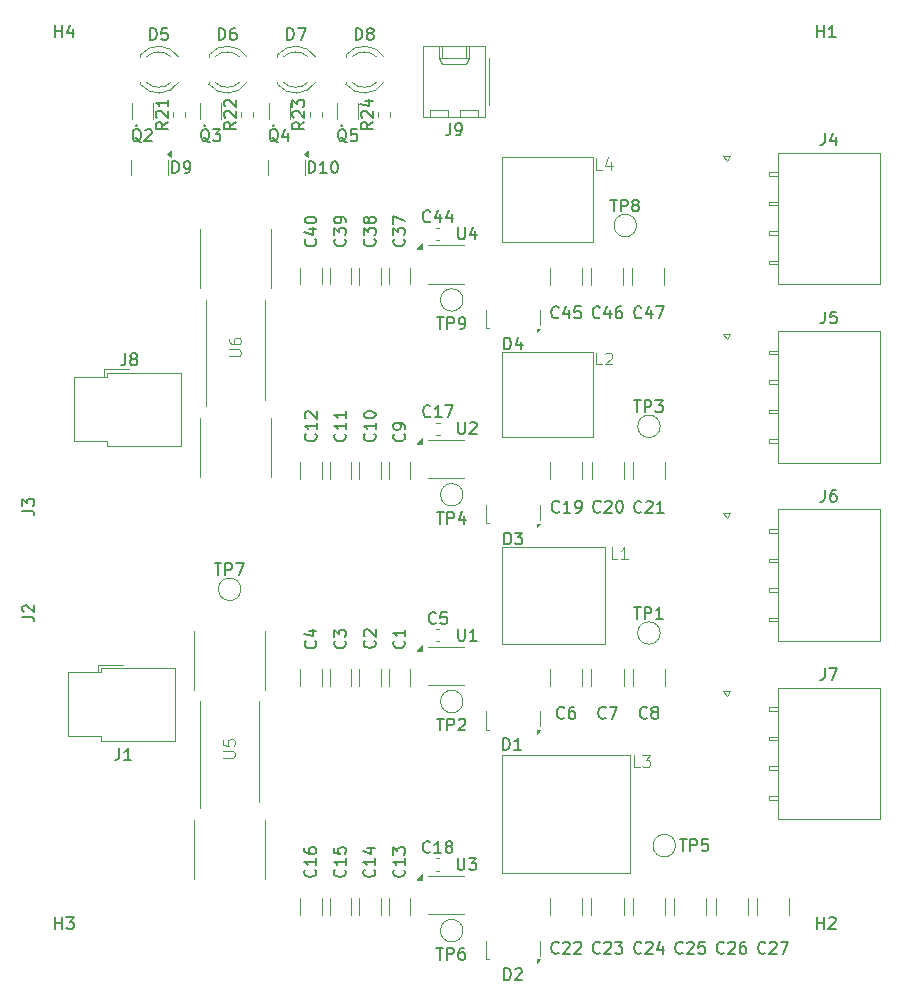
<source format=gbr>
%TF.GenerationSoftware,KiCad,Pcbnew,9.0.0-unknown-202503072020~4df101b94e~ubuntu22.04.1*%
%TF.CreationDate,2025-03-08T19:03:23+01:00*%
%TF.ProjectId,PowkiBoard,506f776b-6942-46f6-9172-642e6b696361,rev?*%
%TF.SameCoordinates,Original*%
%TF.FileFunction,Legend,Top*%
%TF.FilePolarity,Positive*%
%FSLAX46Y46*%
G04 Gerber Fmt 4.6, Leading zero omitted, Abs format (unit mm)*
G04 Created by KiCad (PCBNEW 9.0.0-unknown-202503072020~4df101b94e~ubuntu22.04.1) date 2025-03-08 19:03:23*
%MOMM*%
%LPD*%
G01*
G04 APERTURE LIST*
%ADD10C,0.150000*%
%ADD11C,0.100000*%
%ADD12C,0.120000*%
G04 APERTURE END LIST*
D10*
X186185714Y-59254819D02*
X186185714Y-58254819D01*
X186185714Y-58254819D02*
X186423809Y-58254819D01*
X186423809Y-58254819D02*
X186566666Y-58302438D01*
X186566666Y-58302438D02*
X186661904Y-58397676D01*
X186661904Y-58397676D02*
X186709523Y-58492914D01*
X186709523Y-58492914D02*
X186757142Y-58683390D01*
X186757142Y-58683390D02*
X186757142Y-58826247D01*
X186757142Y-58826247D02*
X186709523Y-59016723D01*
X186709523Y-59016723D02*
X186661904Y-59111961D01*
X186661904Y-59111961D02*
X186566666Y-59207200D01*
X186566666Y-59207200D02*
X186423809Y-59254819D01*
X186423809Y-59254819D02*
X186185714Y-59254819D01*
X187709523Y-59254819D02*
X187138095Y-59254819D01*
X187423809Y-59254819D02*
X187423809Y-58254819D01*
X187423809Y-58254819D02*
X187328571Y-58397676D01*
X187328571Y-58397676D02*
X187233333Y-58492914D01*
X187233333Y-58492914D02*
X187138095Y-58540533D01*
X188328571Y-58254819D02*
X188423809Y-58254819D01*
X188423809Y-58254819D02*
X188519047Y-58302438D01*
X188519047Y-58302438D02*
X188566666Y-58350057D01*
X188566666Y-58350057D02*
X188614285Y-58445295D01*
X188614285Y-58445295D02*
X188661904Y-58635771D01*
X188661904Y-58635771D02*
X188661904Y-58873866D01*
X188661904Y-58873866D02*
X188614285Y-59064342D01*
X188614285Y-59064342D02*
X188566666Y-59159580D01*
X188566666Y-59159580D02*
X188519047Y-59207200D01*
X188519047Y-59207200D02*
X188423809Y-59254819D01*
X188423809Y-59254819D02*
X188328571Y-59254819D01*
X188328571Y-59254819D02*
X188233333Y-59207200D01*
X188233333Y-59207200D02*
X188185714Y-59159580D01*
X188185714Y-59159580D02*
X188138095Y-59064342D01*
X188138095Y-59064342D02*
X188090476Y-58873866D01*
X188090476Y-58873866D02*
X188090476Y-58635771D01*
X188090476Y-58635771D02*
X188138095Y-58445295D01*
X188138095Y-58445295D02*
X188185714Y-58350057D01*
X188185714Y-58350057D02*
X188233333Y-58302438D01*
X188233333Y-58302438D02*
X188328571Y-58254819D01*
X196491604Y-79829580D02*
X196443985Y-79877200D01*
X196443985Y-79877200D02*
X196301128Y-79924819D01*
X196301128Y-79924819D02*
X196205890Y-79924819D01*
X196205890Y-79924819D02*
X196063033Y-79877200D01*
X196063033Y-79877200D02*
X195967795Y-79781961D01*
X195967795Y-79781961D02*
X195920176Y-79686723D01*
X195920176Y-79686723D02*
X195872557Y-79496247D01*
X195872557Y-79496247D02*
X195872557Y-79353390D01*
X195872557Y-79353390D02*
X195920176Y-79162914D01*
X195920176Y-79162914D02*
X195967795Y-79067676D01*
X195967795Y-79067676D02*
X196063033Y-78972438D01*
X196063033Y-78972438D02*
X196205890Y-78924819D01*
X196205890Y-78924819D02*
X196301128Y-78924819D01*
X196301128Y-78924819D02*
X196443985Y-78972438D01*
X196443985Y-78972438D02*
X196491604Y-79020057D01*
X197443985Y-79924819D02*
X196872557Y-79924819D01*
X197158271Y-79924819D02*
X197158271Y-78924819D01*
X197158271Y-78924819D02*
X197063033Y-79067676D01*
X197063033Y-79067676D02*
X196967795Y-79162914D01*
X196967795Y-79162914D02*
X196872557Y-79210533D01*
X197777319Y-78924819D02*
X198443985Y-78924819D01*
X198443985Y-78924819D02*
X198015414Y-79924819D01*
D11*
X211033333Y-58957419D02*
X210557143Y-58957419D01*
X210557143Y-58957419D02*
X210557143Y-57957419D01*
X211795238Y-58290752D02*
X211795238Y-58957419D01*
X211557143Y-57909800D02*
X211319048Y-58624085D01*
X211319048Y-58624085D02*
X211938095Y-58624085D01*
D10*
X194264311Y-81366666D02*
X194311931Y-81414285D01*
X194311931Y-81414285D02*
X194359550Y-81557142D01*
X194359550Y-81557142D02*
X194359550Y-81652380D01*
X194359550Y-81652380D02*
X194311931Y-81795237D01*
X194311931Y-81795237D02*
X194216692Y-81890475D01*
X194216692Y-81890475D02*
X194121454Y-81938094D01*
X194121454Y-81938094D02*
X193930978Y-81985713D01*
X193930978Y-81985713D02*
X193788121Y-81985713D01*
X193788121Y-81985713D02*
X193597645Y-81938094D01*
X193597645Y-81938094D02*
X193502407Y-81890475D01*
X193502407Y-81890475D02*
X193407169Y-81795237D01*
X193407169Y-81795237D02*
X193359550Y-81652380D01*
X193359550Y-81652380D02*
X193359550Y-81557142D01*
X193359550Y-81557142D02*
X193407169Y-81414285D01*
X193407169Y-81414285D02*
X193454788Y-81366666D01*
X194359550Y-80890475D02*
X194359550Y-80699999D01*
X194359550Y-80699999D02*
X194311931Y-80604761D01*
X194311931Y-80604761D02*
X194264311Y-80557142D01*
X194264311Y-80557142D02*
X194121454Y-80461904D01*
X194121454Y-80461904D02*
X193930978Y-80414285D01*
X193930978Y-80414285D02*
X193550026Y-80414285D01*
X193550026Y-80414285D02*
X193454788Y-80461904D01*
X193454788Y-80461904D02*
X193407169Y-80509523D01*
X193407169Y-80509523D02*
X193359550Y-80604761D01*
X193359550Y-80604761D02*
X193359550Y-80795237D01*
X193359550Y-80795237D02*
X193407169Y-80890475D01*
X193407169Y-80890475D02*
X193454788Y-80938094D01*
X193454788Y-80938094D02*
X193550026Y-80985713D01*
X193550026Y-80985713D02*
X193788121Y-80985713D01*
X193788121Y-80985713D02*
X193883359Y-80938094D01*
X193883359Y-80938094D02*
X193930978Y-80890475D01*
X193930978Y-80890475D02*
X193978597Y-80795237D01*
X193978597Y-80795237D02*
X193978597Y-80604761D01*
X193978597Y-80604761D02*
X193930978Y-80509523D01*
X193930978Y-80509523D02*
X193883359Y-80461904D01*
X193883359Y-80461904D02*
X193788121Y-80414285D01*
X164738095Y-47754819D02*
X164738095Y-46754819D01*
X164738095Y-47231009D02*
X165309523Y-47231009D01*
X165309523Y-47754819D02*
X165309523Y-46754819D01*
X166214285Y-47088152D02*
X166214285Y-47754819D01*
X165976190Y-46707200D02*
X165738095Y-47421485D01*
X165738095Y-47421485D02*
X166357142Y-47421485D01*
X224857142Y-125259580D02*
X224809523Y-125307200D01*
X224809523Y-125307200D02*
X224666666Y-125354819D01*
X224666666Y-125354819D02*
X224571428Y-125354819D01*
X224571428Y-125354819D02*
X224428571Y-125307200D01*
X224428571Y-125307200D02*
X224333333Y-125211961D01*
X224333333Y-125211961D02*
X224285714Y-125116723D01*
X224285714Y-125116723D02*
X224238095Y-124926247D01*
X224238095Y-124926247D02*
X224238095Y-124783390D01*
X224238095Y-124783390D02*
X224285714Y-124592914D01*
X224285714Y-124592914D02*
X224333333Y-124497676D01*
X224333333Y-124497676D02*
X224428571Y-124402438D01*
X224428571Y-124402438D02*
X224571428Y-124354819D01*
X224571428Y-124354819D02*
X224666666Y-124354819D01*
X224666666Y-124354819D02*
X224809523Y-124402438D01*
X224809523Y-124402438D02*
X224857142Y-124450057D01*
X225238095Y-124450057D02*
X225285714Y-124402438D01*
X225285714Y-124402438D02*
X225380952Y-124354819D01*
X225380952Y-124354819D02*
X225619047Y-124354819D01*
X225619047Y-124354819D02*
X225714285Y-124402438D01*
X225714285Y-124402438D02*
X225761904Y-124450057D01*
X225761904Y-124450057D02*
X225809523Y-124545295D01*
X225809523Y-124545295D02*
X225809523Y-124640533D01*
X225809523Y-124640533D02*
X225761904Y-124783390D01*
X225761904Y-124783390D02*
X225190476Y-125354819D01*
X225190476Y-125354819D02*
X225809523Y-125354819D01*
X226142857Y-124354819D02*
X226809523Y-124354819D01*
X226809523Y-124354819D02*
X226380952Y-125354819D01*
X191759580Y-64842857D02*
X191807200Y-64890476D01*
X191807200Y-64890476D02*
X191854819Y-65033333D01*
X191854819Y-65033333D02*
X191854819Y-65128571D01*
X191854819Y-65128571D02*
X191807200Y-65271428D01*
X191807200Y-65271428D02*
X191711961Y-65366666D01*
X191711961Y-65366666D02*
X191616723Y-65414285D01*
X191616723Y-65414285D02*
X191426247Y-65461904D01*
X191426247Y-65461904D02*
X191283390Y-65461904D01*
X191283390Y-65461904D02*
X191092914Y-65414285D01*
X191092914Y-65414285D02*
X190997676Y-65366666D01*
X190997676Y-65366666D02*
X190902438Y-65271428D01*
X190902438Y-65271428D02*
X190854819Y-65128571D01*
X190854819Y-65128571D02*
X190854819Y-65033333D01*
X190854819Y-65033333D02*
X190902438Y-64890476D01*
X190902438Y-64890476D02*
X190950057Y-64842857D01*
X190854819Y-64509523D02*
X190854819Y-63890476D01*
X190854819Y-63890476D02*
X191235771Y-64223809D01*
X191235771Y-64223809D02*
X191235771Y-64080952D01*
X191235771Y-64080952D02*
X191283390Y-63985714D01*
X191283390Y-63985714D02*
X191331009Y-63938095D01*
X191331009Y-63938095D02*
X191426247Y-63890476D01*
X191426247Y-63890476D02*
X191664342Y-63890476D01*
X191664342Y-63890476D02*
X191759580Y-63938095D01*
X191759580Y-63938095D02*
X191807200Y-63985714D01*
X191807200Y-63985714D02*
X191854819Y-64080952D01*
X191854819Y-64080952D02*
X191854819Y-64366666D01*
X191854819Y-64366666D02*
X191807200Y-64461904D01*
X191807200Y-64461904D02*
X191759580Y-64509523D01*
X191283390Y-63319047D02*
X191235771Y-63414285D01*
X191235771Y-63414285D02*
X191188152Y-63461904D01*
X191188152Y-63461904D02*
X191092914Y-63509523D01*
X191092914Y-63509523D02*
X191045295Y-63509523D01*
X191045295Y-63509523D02*
X190950057Y-63461904D01*
X190950057Y-63461904D02*
X190902438Y-63414285D01*
X190902438Y-63414285D02*
X190854819Y-63319047D01*
X190854819Y-63319047D02*
X190854819Y-63128571D01*
X190854819Y-63128571D02*
X190902438Y-63033333D01*
X190902438Y-63033333D02*
X190950057Y-62985714D01*
X190950057Y-62985714D02*
X191045295Y-62938095D01*
X191045295Y-62938095D02*
X191092914Y-62938095D01*
X191092914Y-62938095D02*
X191188152Y-62985714D01*
X191188152Y-62985714D02*
X191235771Y-63033333D01*
X191235771Y-63033333D02*
X191283390Y-63128571D01*
X191283390Y-63128571D02*
X191283390Y-63319047D01*
X191283390Y-63319047D02*
X191331009Y-63414285D01*
X191331009Y-63414285D02*
X191378628Y-63461904D01*
X191378628Y-63461904D02*
X191473866Y-63509523D01*
X191473866Y-63509523D02*
X191664342Y-63509523D01*
X191664342Y-63509523D02*
X191759580Y-63461904D01*
X191759580Y-63461904D02*
X191807200Y-63414285D01*
X191807200Y-63414285D02*
X191854819Y-63319047D01*
X191854819Y-63319047D02*
X191854819Y-63128571D01*
X191854819Y-63128571D02*
X191807200Y-63033333D01*
X191807200Y-63033333D02*
X191759580Y-62985714D01*
X191759580Y-62985714D02*
X191664342Y-62938095D01*
X191664342Y-62938095D02*
X191473866Y-62938095D01*
X191473866Y-62938095D02*
X191378628Y-62985714D01*
X191378628Y-62985714D02*
X191331009Y-63033333D01*
X191331009Y-63033333D02*
X191283390Y-63128571D01*
X184361905Y-47994819D02*
X184361905Y-46994819D01*
X184361905Y-46994819D02*
X184600000Y-46994819D01*
X184600000Y-46994819D02*
X184742857Y-47042438D01*
X184742857Y-47042438D02*
X184838095Y-47137676D01*
X184838095Y-47137676D02*
X184885714Y-47232914D01*
X184885714Y-47232914D02*
X184933333Y-47423390D01*
X184933333Y-47423390D02*
X184933333Y-47566247D01*
X184933333Y-47566247D02*
X184885714Y-47756723D01*
X184885714Y-47756723D02*
X184838095Y-47851961D01*
X184838095Y-47851961D02*
X184742857Y-47947200D01*
X184742857Y-47947200D02*
X184600000Y-47994819D01*
X184600000Y-47994819D02*
X184361905Y-47994819D01*
X185266667Y-46994819D02*
X185933333Y-46994819D01*
X185933333Y-46994819D02*
X185504762Y-47994819D01*
X229238095Y-47754819D02*
X229238095Y-46754819D01*
X229238095Y-47231009D02*
X229809523Y-47231009D01*
X229809523Y-47754819D02*
X229809523Y-46754819D01*
X230809523Y-47754819D02*
X230238095Y-47754819D01*
X230523809Y-47754819D02*
X230523809Y-46754819D01*
X230523809Y-46754819D02*
X230428571Y-46897676D01*
X230428571Y-46897676D02*
X230333333Y-46992914D01*
X230333333Y-46992914D02*
X230238095Y-47040533D01*
X189264311Y-81342857D02*
X189311931Y-81390476D01*
X189311931Y-81390476D02*
X189359550Y-81533333D01*
X189359550Y-81533333D02*
X189359550Y-81628571D01*
X189359550Y-81628571D02*
X189311931Y-81771428D01*
X189311931Y-81771428D02*
X189216692Y-81866666D01*
X189216692Y-81866666D02*
X189121454Y-81914285D01*
X189121454Y-81914285D02*
X188930978Y-81961904D01*
X188930978Y-81961904D02*
X188788121Y-81961904D01*
X188788121Y-81961904D02*
X188597645Y-81914285D01*
X188597645Y-81914285D02*
X188502407Y-81866666D01*
X188502407Y-81866666D02*
X188407169Y-81771428D01*
X188407169Y-81771428D02*
X188359550Y-81628571D01*
X188359550Y-81628571D02*
X188359550Y-81533333D01*
X188359550Y-81533333D02*
X188407169Y-81390476D01*
X188407169Y-81390476D02*
X188454788Y-81342857D01*
X189359550Y-80390476D02*
X189359550Y-80961904D01*
X189359550Y-80676190D02*
X188359550Y-80676190D01*
X188359550Y-80676190D02*
X188502407Y-80771428D01*
X188502407Y-80771428D02*
X188597645Y-80866666D01*
X188597645Y-80866666D02*
X188645264Y-80961904D01*
X189359550Y-79438095D02*
X189359550Y-80009523D01*
X189359550Y-79723809D02*
X188359550Y-79723809D01*
X188359550Y-79723809D02*
X188502407Y-79819047D01*
X188502407Y-79819047D02*
X188597645Y-79914285D01*
X188597645Y-79914285D02*
X188645264Y-80009523D01*
X202736905Y-127594819D02*
X202736905Y-126594819D01*
X202736905Y-126594819D02*
X202975000Y-126594819D01*
X202975000Y-126594819D02*
X203117857Y-126642438D01*
X203117857Y-126642438D02*
X203213095Y-126737676D01*
X203213095Y-126737676D02*
X203260714Y-126832914D01*
X203260714Y-126832914D02*
X203308333Y-127023390D01*
X203308333Y-127023390D02*
X203308333Y-127166247D01*
X203308333Y-127166247D02*
X203260714Y-127356723D01*
X203260714Y-127356723D02*
X203213095Y-127451961D01*
X203213095Y-127451961D02*
X203117857Y-127547200D01*
X203117857Y-127547200D02*
X202975000Y-127594819D01*
X202975000Y-127594819D02*
X202736905Y-127594819D01*
X203689286Y-126690057D02*
X203736905Y-126642438D01*
X203736905Y-126642438D02*
X203832143Y-126594819D01*
X203832143Y-126594819D02*
X204070238Y-126594819D01*
X204070238Y-126594819D02*
X204165476Y-126642438D01*
X204165476Y-126642438D02*
X204213095Y-126690057D01*
X204213095Y-126690057D02*
X204260714Y-126785295D01*
X204260714Y-126785295D02*
X204260714Y-126880533D01*
X204260714Y-126880533D02*
X204213095Y-127023390D01*
X204213095Y-127023390D02*
X203641667Y-127594819D01*
X203641667Y-127594819D02*
X204260714Y-127594819D01*
X213742826Y-78506819D02*
X214314254Y-78506819D01*
X214028540Y-79506819D02*
X214028540Y-78506819D01*
X214647588Y-79506819D02*
X214647588Y-78506819D01*
X214647588Y-78506819D02*
X215028540Y-78506819D01*
X215028540Y-78506819D02*
X215123778Y-78554438D01*
X215123778Y-78554438D02*
X215171397Y-78602057D01*
X215171397Y-78602057D02*
X215219016Y-78697295D01*
X215219016Y-78697295D02*
X215219016Y-78840152D01*
X215219016Y-78840152D02*
X215171397Y-78935390D01*
X215171397Y-78935390D02*
X215123778Y-78983009D01*
X215123778Y-78983009D02*
X215028540Y-79030628D01*
X215028540Y-79030628D02*
X214647588Y-79030628D01*
X215552350Y-78506819D02*
X216171397Y-78506819D01*
X216171397Y-78506819D02*
X215838064Y-78887771D01*
X215838064Y-78887771D02*
X215980921Y-78887771D01*
X215980921Y-78887771D02*
X216076159Y-78935390D01*
X216076159Y-78935390D02*
X216123778Y-78983009D01*
X216123778Y-78983009D02*
X216171397Y-79078247D01*
X216171397Y-79078247D02*
X216171397Y-79316342D01*
X216171397Y-79316342D02*
X216123778Y-79411580D01*
X216123778Y-79411580D02*
X216076159Y-79459200D01*
X216076159Y-79459200D02*
X215980921Y-79506819D01*
X215980921Y-79506819D02*
X215695207Y-79506819D01*
X215695207Y-79506819D02*
X215599969Y-79459200D01*
X215599969Y-79459200D02*
X215552350Y-79411580D01*
X229901666Y-101184819D02*
X229901666Y-101899104D01*
X229901666Y-101899104D02*
X229854047Y-102041961D01*
X229854047Y-102041961D02*
X229758809Y-102137200D01*
X229758809Y-102137200D02*
X229615952Y-102184819D01*
X229615952Y-102184819D02*
X229520714Y-102184819D01*
X230282619Y-101184819D02*
X230949285Y-101184819D01*
X230949285Y-101184819D02*
X230520714Y-102184819D01*
X189259580Y-98866666D02*
X189307200Y-98914285D01*
X189307200Y-98914285D02*
X189354819Y-99057142D01*
X189354819Y-99057142D02*
X189354819Y-99152380D01*
X189354819Y-99152380D02*
X189307200Y-99295237D01*
X189307200Y-99295237D02*
X189211961Y-99390475D01*
X189211961Y-99390475D02*
X189116723Y-99438094D01*
X189116723Y-99438094D02*
X188926247Y-99485713D01*
X188926247Y-99485713D02*
X188783390Y-99485713D01*
X188783390Y-99485713D02*
X188592914Y-99438094D01*
X188592914Y-99438094D02*
X188497676Y-99390475D01*
X188497676Y-99390475D02*
X188402438Y-99295237D01*
X188402438Y-99295237D02*
X188354819Y-99152380D01*
X188354819Y-99152380D02*
X188354819Y-99057142D01*
X188354819Y-99057142D02*
X188402438Y-98914285D01*
X188402438Y-98914285D02*
X188450057Y-98866666D01*
X188354819Y-98533332D02*
X188354819Y-97914285D01*
X188354819Y-97914285D02*
X188735771Y-98247618D01*
X188735771Y-98247618D02*
X188735771Y-98104761D01*
X188735771Y-98104761D02*
X188783390Y-98009523D01*
X188783390Y-98009523D02*
X188831009Y-97961904D01*
X188831009Y-97961904D02*
X188926247Y-97914285D01*
X188926247Y-97914285D02*
X189164342Y-97914285D01*
X189164342Y-97914285D02*
X189259580Y-97961904D01*
X189259580Y-97961904D02*
X189307200Y-98009523D01*
X189307200Y-98009523D02*
X189354819Y-98104761D01*
X189354819Y-98104761D02*
X189354819Y-98390475D01*
X189354819Y-98390475D02*
X189307200Y-98485713D01*
X189307200Y-98485713D02*
X189259580Y-98533332D01*
X161954819Y-96833333D02*
X162669104Y-96833333D01*
X162669104Y-96833333D02*
X162811961Y-96880952D01*
X162811961Y-96880952D02*
X162907200Y-96976190D01*
X162907200Y-96976190D02*
X162954819Y-97119047D01*
X162954819Y-97119047D02*
X162954819Y-97214285D01*
X162050057Y-96404761D02*
X162002438Y-96357142D01*
X162002438Y-96357142D02*
X161954819Y-96261904D01*
X161954819Y-96261904D02*
X161954819Y-96023809D01*
X161954819Y-96023809D02*
X162002438Y-95928571D01*
X162002438Y-95928571D02*
X162050057Y-95880952D01*
X162050057Y-95880952D02*
X162145295Y-95833333D01*
X162145295Y-95833333D02*
X162240533Y-95833333D01*
X162240533Y-95833333D02*
X162383390Y-95880952D01*
X162383390Y-95880952D02*
X162954819Y-96452380D01*
X162954819Y-96452380D02*
X162954819Y-95833333D01*
X197013095Y-124854819D02*
X197584523Y-124854819D01*
X197298809Y-125854819D02*
X197298809Y-124854819D01*
X197917857Y-125854819D02*
X197917857Y-124854819D01*
X197917857Y-124854819D02*
X198298809Y-124854819D01*
X198298809Y-124854819D02*
X198394047Y-124902438D01*
X198394047Y-124902438D02*
X198441666Y-124950057D01*
X198441666Y-124950057D02*
X198489285Y-125045295D01*
X198489285Y-125045295D02*
X198489285Y-125188152D01*
X198489285Y-125188152D02*
X198441666Y-125283390D01*
X198441666Y-125283390D02*
X198394047Y-125331009D01*
X198394047Y-125331009D02*
X198298809Y-125378628D01*
X198298809Y-125378628D02*
X197917857Y-125378628D01*
X199346428Y-124854819D02*
X199155952Y-124854819D01*
X199155952Y-124854819D02*
X199060714Y-124902438D01*
X199060714Y-124902438D02*
X199013095Y-124950057D01*
X199013095Y-124950057D02*
X198917857Y-125092914D01*
X198917857Y-125092914D02*
X198870238Y-125283390D01*
X198870238Y-125283390D02*
X198870238Y-125664342D01*
X198870238Y-125664342D02*
X198917857Y-125759580D01*
X198917857Y-125759580D02*
X198965476Y-125807200D01*
X198965476Y-125807200D02*
X199060714Y-125854819D01*
X199060714Y-125854819D02*
X199251190Y-125854819D01*
X199251190Y-125854819D02*
X199346428Y-125807200D01*
X199346428Y-125807200D02*
X199394047Y-125759580D01*
X199394047Y-125759580D02*
X199441666Y-125664342D01*
X199441666Y-125664342D02*
X199441666Y-125426247D01*
X199441666Y-125426247D02*
X199394047Y-125331009D01*
X199394047Y-125331009D02*
X199346428Y-125283390D01*
X199346428Y-125283390D02*
X199251190Y-125235771D01*
X199251190Y-125235771D02*
X199060714Y-125235771D01*
X199060714Y-125235771D02*
X198965476Y-125283390D01*
X198965476Y-125283390D02*
X198917857Y-125331009D01*
X198917857Y-125331009D02*
X198870238Y-125426247D01*
X177804761Y-56650057D02*
X177709523Y-56602438D01*
X177709523Y-56602438D02*
X177614285Y-56507200D01*
X177614285Y-56507200D02*
X177471428Y-56364342D01*
X177471428Y-56364342D02*
X177376190Y-56316723D01*
X177376190Y-56316723D02*
X177280952Y-56316723D01*
X177328571Y-56554819D02*
X177233333Y-56507200D01*
X177233333Y-56507200D02*
X177138095Y-56411961D01*
X177138095Y-56411961D02*
X177090476Y-56221485D01*
X177090476Y-56221485D02*
X177090476Y-55888152D01*
X177090476Y-55888152D02*
X177138095Y-55697676D01*
X177138095Y-55697676D02*
X177233333Y-55602438D01*
X177233333Y-55602438D02*
X177328571Y-55554819D01*
X177328571Y-55554819D02*
X177519047Y-55554819D01*
X177519047Y-55554819D02*
X177614285Y-55602438D01*
X177614285Y-55602438D02*
X177709523Y-55697676D01*
X177709523Y-55697676D02*
X177757142Y-55888152D01*
X177757142Y-55888152D02*
X177757142Y-56221485D01*
X177757142Y-56221485D02*
X177709523Y-56411961D01*
X177709523Y-56411961D02*
X177614285Y-56507200D01*
X177614285Y-56507200D02*
X177519047Y-56554819D01*
X177519047Y-56554819D02*
X177328571Y-56554819D01*
X178090476Y-55554819D02*
X178709523Y-55554819D01*
X178709523Y-55554819D02*
X178376190Y-55935771D01*
X178376190Y-55935771D02*
X178519047Y-55935771D01*
X178519047Y-55935771D02*
X178614285Y-55983390D01*
X178614285Y-55983390D02*
X178661904Y-56031009D01*
X178661904Y-56031009D02*
X178709523Y-56126247D01*
X178709523Y-56126247D02*
X178709523Y-56364342D01*
X178709523Y-56364342D02*
X178661904Y-56459580D01*
X178661904Y-56459580D02*
X178614285Y-56507200D01*
X178614285Y-56507200D02*
X178519047Y-56554819D01*
X178519047Y-56554819D02*
X178233333Y-56554819D01*
X178233333Y-56554819D02*
X178138095Y-56507200D01*
X178138095Y-56507200D02*
X178090476Y-56459580D01*
X178238095Y-92306819D02*
X178809523Y-92306819D01*
X178523809Y-93306819D02*
X178523809Y-92306819D01*
X179142857Y-93306819D02*
X179142857Y-92306819D01*
X179142857Y-92306819D02*
X179523809Y-92306819D01*
X179523809Y-92306819D02*
X179619047Y-92354438D01*
X179619047Y-92354438D02*
X179666666Y-92402057D01*
X179666666Y-92402057D02*
X179714285Y-92497295D01*
X179714285Y-92497295D02*
X179714285Y-92640152D01*
X179714285Y-92640152D02*
X179666666Y-92735390D01*
X179666666Y-92735390D02*
X179619047Y-92783009D01*
X179619047Y-92783009D02*
X179523809Y-92830628D01*
X179523809Y-92830628D02*
X179142857Y-92830628D01*
X180047619Y-92306819D02*
X180714285Y-92306819D01*
X180714285Y-92306819D02*
X180285714Y-93306819D01*
X214361873Y-87934580D02*
X214314254Y-87982200D01*
X214314254Y-87982200D02*
X214171397Y-88029819D01*
X214171397Y-88029819D02*
X214076159Y-88029819D01*
X214076159Y-88029819D02*
X213933302Y-87982200D01*
X213933302Y-87982200D02*
X213838064Y-87886961D01*
X213838064Y-87886961D02*
X213790445Y-87791723D01*
X213790445Y-87791723D02*
X213742826Y-87601247D01*
X213742826Y-87601247D02*
X213742826Y-87458390D01*
X213742826Y-87458390D02*
X213790445Y-87267914D01*
X213790445Y-87267914D02*
X213838064Y-87172676D01*
X213838064Y-87172676D02*
X213933302Y-87077438D01*
X213933302Y-87077438D02*
X214076159Y-87029819D01*
X214076159Y-87029819D02*
X214171397Y-87029819D01*
X214171397Y-87029819D02*
X214314254Y-87077438D01*
X214314254Y-87077438D02*
X214361873Y-87125057D01*
X214742826Y-87125057D02*
X214790445Y-87077438D01*
X214790445Y-87077438D02*
X214885683Y-87029819D01*
X214885683Y-87029819D02*
X215123778Y-87029819D01*
X215123778Y-87029819D02*
X215219016Y-87077438D01*
X215219016Y-87077438D02*
X215266635Y-87125057D01*
X215266635Y-87125057D02*
X215314254Y-87220295D01*
X215314254Y-87220295D02*
X215314254Y-87315533D01*
X215314254Y-87315533D02*
X215266635Y-87458390D01*
X215266635Y-87458390D02*
X214695207Y-88029819D01*
X214695207Y-88029819D02*
X215314254Y-88029819D01*
X216266635Y-88029819D02*
X215695207Y-88029819D01*
X215980921Y-88029819D02*
X215980921Y-87029819D01*
X215980921Y-87029819D02*
X215885683Y-87172676D01*
X215885683Y-87172676D02*
X215790445Y-87267914D01*
X215790445Y-87267914D02*
X215695207Y-87315533D01*
X229901666Y-86084819D02*
X229901666Y-86799104D01*
X229901666Y-86799104D02*
X229854047Y-86941961D01*
X229854047Y-86941961D02*
X229758809Y-87037200D01*
X229758809Y-87037200D02*
X229615952Y-87084819D01*
X229615952Y-87084819D02*
X229520714Y-87084819D01*
X230806428Y-86084819D02*
X230615952Y-86084819D01*
X230615952Y-86084819D02*
X230520714Y-86132438D01*
X230520714Y-86132438D02*
X230473095Y-86180057D01*
X230473095Y-86180057D02*
X230377857Y-86322914D01*
X230377857Y-86322914D02*
X230330238Y-86513390D01*
X230330238Y-86513390D02*
X230330238Y-86894342D01*
X230330238Y-86894342D02*
X230377857Y-86989580D01*
X230377857Y-86989580D02*
X230425476Y-87037200D01*
X230425476Y-87037200D02*
X230520714Y-87084819D01*
X230520714Y-87084819D02*
X230711190Y-87084819D01*
X230711190Y-87084819D02*
X230806428Y-87037200D01*
X230806428Y-87037200D02*
X230854047Y-86989580D01*
X230854047Y-86989580D02*
X230901666Y-86894342D01*
X230901666Y-86894342D02*
X230901666Y-86656247D01*
X230901666Y-86656247D02*
X230854047Y-86561009D01*
X230854047Y-86561009D02*
X230806428Y-86513390D01*
X230806428Y-86513390D02*
X230711190Y-86465771D01*
X230711190Y-86465771D02*
X230520714Y-86465771D01*
X230520714Y-86465771D02*
X230425476Y-86513390D01*
X230425476Y-86513390D02*
X230377857Y-86561009D01*
X230377857Y-86561009D02*
X230330238Y-86656247D01*
X172761905Y-47994819D02*
X172761905Y-46994819D01*
X172761905Y-46994819D02*
X173000000Y-46994819D01*
X173000000Y-46994819D02*
X173142857Y-47042438D01*
X173142857Y-47042438D02*
X173238095Y-47137676D01*
X173238095Y-47137676D02*
X173285714Y-47232914D01*
X173285714Y-47232914D02*
X173333333Y-47423390D01*
X173333333Y-47423390D02*
X173333333Y-47566247D01*
X173333333Y-47566247D02*
X173285714Y-47756723D01*
X173285714Y-47756723D02*
X173238095Y-47851961D01*
X173238095Y-47851961D02*
X173142857Y-47947200D01*
X173142857Y-47947200D02*
X173000000Y-47994819D01*
X173000000Y-47994819D02*
X172761905Y-47994819D01*
X174238095Y-46994819D02*
X173761905Y-46994819D01*
X173761905Y-46994819D02*
X173714286Y-47471009D01*
X173714286Y-47471009D02*
X173761905Y-47423390D01*
X173761905Y-47423390D02*
X173857143Y-47375771D01*
X173857143Y-47375771D02*
X174095238Y-47375771D01*
X174095238Y-47375771D02*
X174190476Y-47423390D01*
X174190476Y-47423390D02*
X174238095Y-47471009D01*
X174238095Y-47471009D02*
X174285714Y-47566247D01*
X174285714Y-47566247D02*
X174285714Y-47804342D01*
X174285714Y-47804342D02*
X174238095Y-47899580D01*
X174238095Y-47899580D02*
X174190476Y-47947200D01*
X174190476Y-47947200D02*
X174095238Y-47994819D01*
X174095238Y-47994819D02*
X173857143Y-47994819D01*
X173857143Y-47994819D02*
X173761905Y-47947200D01*
X173761905Y-47947200D02*
X173714286Y-47899580D01*
X194259580Y-98866666D02*
X194307200Y-98914285D01*
X194307200Y-98914285D02*
X194354819Y-99057142D01*
X194354819Y-99057142D02*
X194354819Y-99152380D01*
X194354819Y-99152380D02*
X194307200Y-99295237D01*
X194307200Y-99295237D02*
X194211961Y-99390475D01*
X194211961Y-99390475D02*
X194116723Y-99438094D01*
X194116723Y-99438094D02*
X193926247Y-99485713D01*
X193926247Y-99485713D02*
X193783390Y-99485713D01*
X193783390Y-99485713D02*
X193592914Y-99438094D01*
X193592914Y-99438094D02*
X193497676Y-99390475D01*
X193497676Y-99390475D02*
X193402438Y-99295237D01*
X193402438Y-99295237D02*
X193354819Y-99152380D01*
X193354819Y-99152380D02*
X193354819Y-99057142D01*
X193354819Y-99057142D02*
X193402438Y-98914285D01*
X193402438Y-98914285D02*
X193450057Y-98866666D01*
X194354819Y-97914285D02*
X194354819Y-98485713D01*
X194354819Y-98199999D02*
X193354819Y-98199999D01*
X193354819Y-98199999D02*
X193497676Y-98295237D01*
X193497676Y-98295237D02*
X193592914Y-98390475D01*
X193592914Y-98390475D02*
X193640533Y-98485713D01*
X194234580Y-118242857D02*
X194282200Y-118290476D01*
X194282200Y-118290476D02*
X194329819Y-118433333D01*
X194329819Y-118433333D02*
X194329819Y-118528571D01*
X194329819Y-118528571D02*
X194282200Y-118671428D01*
X194282200Y-118671428D02*
X194186961Y-118766666D01*
X194186961Y-118766666D02*
X194091723Y-118814285D01*
X194091723Y-118814285D02*
X193901247Y-118861904D01*
X193901247Y-118861904D02*
X193758390Y-118861904D01*
X193758390Y-118861904D02*
X193567914Y-118814285D01*
X193567914Y-118814285D02*
X193472676Y-118766666D01*
X193472676Y-118766666D02*
X193377438Y-118671428D01*
X193377438Y-118671428D02*
X193329819Y-118528571D01*
X193329819Y-118528571D02*
X193329819Y-118433333D01*
X193329819Y-118433333D02*
X193377438Y-118290476D01*
X193377438Y-118290476D02*
X193425057Y-118242857D01*
X194329819Y-117290476D02*
X194329819Y-117861904D01*
X194329819Y-117576190D02*
X193329819Y-117576190D01*
X193329819Y-117576190D02*
X193472676Y-117671428D01*
X193472676Y-117671428D02*
X193567914Y-117766666D01*
X193567914Y-117766666D02*
X193615533Y-117861904D01*
X193329819Y-116957142D02*
X193329819Y-116338095D01*
X193329819Y-116338095D02*
X193710771Y-116671428D01*
X193710771Y-116671428D02*
X193710771Y-116528571D01*
X193710771Y-116528571D02*
X193758390Y-116433333D01*
X193758390Y-116433333D02*
X193806009Y-116385714D01*
X193806009Y-116385714D02*
X193901247Y-116338095D01*
X193901247Y-116338095D02*
X194139342Y-116338095D01*
X194139342Y-116338095D02*
X194234580Y-116385714D01*
X194234580Y-116385714D02*
X194282200Y-116433333D01*
X194282200Y-116433333D02*
X194329819Y-116528571D01*
X194329819Y-116528571D02*
X194329819Y-116814285D01*
X194329819Y-116814285D02*
X194282200Y-116909523D01*
X194282200Y-116909523D02*
X194234580Y-116957142D01*
X197042826Y-105454819D02*
X197614254Y-105454819D01*
X197328540Y-106454819D02*
X197328540Y-105454819D01*
X197947588Y-106454819D02*
X197947588Y-105454819D01*
X197947588Y-105454819D02*
X198328540Y-105454819D01*
X198328540Y-105454819D02*
X198423778Y-105502438D01*
X198423778Y-105502438D02*
X198471397Y-105550057D01*
X198471397Y-105550057D02*
X198519016Y-105645295D01*
X198519016Y-105645295D02*
X198519016Y-105788152D01*
X198519016Y-105788152D02*
X198471397Y-105883390D01*
X198471397Y-105883390D02*
X198423778Y-105931009D01*
X198423778Y-105931009D02*
X198328540Y-105978628D01*
X198328540Y-105978628D02*
X197947588Y-105978628D01*
X198899969Y-105550057D02*
X198947588Y-105502438D01*
X198947588Y-105502438D02*
X199042826Y-105454819D01*
X199042826Y-105454819D02*
X199280921Y-105454819D01*
X199280921Y-105454819D02*
X199376159Y-105502438D01*
X199376159Y-105502438D02*
X199423778Y-105550057D01*
X199423778Y-105550057D02*
X199471397Y-105645295D01*
X199471397Y-105645295D02*
X199471397Y-105740533D01*
X199471397Y-105740533D02*
X199423778Y-105883390D01*
X199423778Y-105883390D02*
X198852350Y-106454819D01*
X198852350Y-106454819D02*
X199471397Y-106454819D01*
X161954819Y-87833333D02*
X162669104Y-87833333D01*
X162669104Y-87833333D02*
X162811961Y-87880952D01*
X162811961Y-87880952D02*
X162907200Y-87976190D01*
X162907200Y-87976190D02*
X162954819Y-88119047D01*
X162954819Y-88119047D02*
X162954819Y-88214285D01*
X161954819Y-87452380D02*
X161954819Y-86833333D01*
X161954819Y-86833333D02*
X162335771Y-87166666D01*
X162335771Y-87166666D02*
X162335771Y-87023809D01*
X162335771Y-87023809D02*
X162383390Y-86928571D01*
X162383390Y-86928571D02*
X162431009Y-86880952D01*
X162431009Y-86880952D02*
X162526247Y-86833333D01*
X162526247Y-86833333D02*
X162764342Y-86833333D01*
X162764342Y-86833333D02*
X162859580Y-86880952D01*
X162859580Y-86880952D02*
X162907200Y-86928571D01*
X162907200Y-86928571D02*
X162954819Y-87023809D01*
X162954819Y-87023809D02*
X162954819Y-87309523D01*
X162954819Y-87309523D02*
X162907200Y-87404761D01*
X162907200Y-87404761D02*
X162859580Y-87452380D01*
X198842826Y-80354819D02*
X198842826Y-81164342D01*
X198842826Y-81164342D02*
X198890445Y-81259580D01*
X198890445Y-81259580D02*
X198938064Y-81307200D01*
X198938064Y-81307200D02*
X199033302Y-81354819D01*
X199033302Y-81354819D02*
X199223778Y-81354819D01*
X199223778Y-81354819D02*
X199319016Y-81307200D01*
X199319016Y-81307200D02*
X199366635Y-81259580D01*
X199366635Y-81259580D02*
X199414254Y-81164342D01*
X199414254Y-81164342D02*
X199414254Y-80354819D01*
X199842826Y-80450057D02*
X199890445Y-80402438D01*
X199890445Y-80402438D02*
X199985683Y-80354819D01*
X199985683Y-80354819D02*
X200223778Y-80354819D01*
X200223778Y-80354819D02*
X200319016Y-80402438D01*
X200319016Y-80402438D02*
X200366635Y-80450057D01*
X200366635Y-80450057D02*
X200414254Y-80545295D01*
X200414254Y-80545295D02*
X200414254Y-80640533D01*
X200414254Y-80640533D02*
X200366635Y-80783390D01*
X200366635Y-80783390D02*
X199795207Y-81354819D01*
X199795207Y-81354819D02*
X200414254Y-81354819D01*
X189259580Y-64842857D02*
X189307200Y-64890476D01*
X189307200Y-64890476D02*
X189354819Y-65033333D01*
X189354819Y-65033333D02*
X189354819Y-65128571D01*
X189354819Y-65128571D02*
X189307200Y-65271428D01*
X189307200Y-65271428D02*
X189211961Y-65366666D01*
X189211961Y-65366666D02*
X189116723Y-65414285D01*
X189116723Y-65414285D02*
X188926247Y-65461904D01*
X188926247Y-65461904D02*
X188783390Y-65461904D01*
X188783390Y-65461904D02*
X188592914Y-65414285D01*
X188592914Y-65414285D02*
X188497676Y-65366666D01*
X188497676Y-65366666D02*
X188402438Y-65271428D01*
X188402438Y-65271428D02*
X188354819Y-65128571D01*
X188354819Y-65128571D02*
X188354819Y-65033333D01*
X188354819Y-65033333D02*
X188402438Y-64890476D01*
X188402438Y-64890476D02*
X188450057Y-64842857D01*
X188354819Y-64509523D02*
X188354819Y-63890476D01*
X188354819Y-63890476D02*
X188735771Y-64223809D01*
X188735771Y-64223809D02*
X188735771Y-64080952D01*
X188735771Y-64080952D02*
X188783390Y-63985714D01*
X188783390Y-63985714D02*
X188831009Y-63938095D01*
X188831009Y-63938095D02*
X188926247Y-63890476D01*
X188926247Y-63890476D02*
X189164342Y-63890476D01*
X189164342Y-63890476D02*
X189259580Y-63938095D01*
X189259580Y-63938095D02*
X189307200Y-63985714D01*
X189307200Y-63985714D02*
X189354819Y-64080952D01*
X189354819Y-64080952D02*
X189354819Y-64366666D01*
X189354819Y-64366666D02*
X189307200Y-64461904D01*
X189307200Y-64461904D02*
X189259580Y-64509523D01*
X189354819Y-63414285D02*
X189354819Y-63223809D01*
X189354819Y-63223809D02*
X189307200Y-63128571D01*
X189307200Y-63128571D02*
X189259580Y-63080952D01*
X189259580Y-63080952D02*
X189116723Y-62985714D01*
X189116723Y-62985714D02*
X188926247Y-62938095D01*
X188926247Y-62938095D02*
X188545295Y-62938095D01*
X188545295Y-62938095D02*
X188450057Y-62985714D01*
X188450057Y-62985714D02*
X188402438Y-63033333D01*
X188402438Y-63033333D02*
X188354819Y-63128571D01*
X188354819Y-63128571D02*
X188354819Y-63319047D01*
X188354819Y-63319047D02*
X188402438Y-63414285D01*
X188402438Y-63414285D02*
X188450057Y-63461904D01*
X188450057Y-63461904D02*
X188545295Y-63509523D01*
X188545295Y-63509523D02*
X188783390Y-63509523D01*
X188783390Y-63509523D02*
X188878628Y-63461904D01*
X188878628Y-63461904D02*
X188926247Y-63414285D01*
X188926247Y-63414285D02*
X188973866Y-63319047D01*
X188973866Y-63319047D02*
X188973866Y-63128571D01*
X188973866Y-63128571D02*
X188926247Y-63033333D01*
X188926247Y-63033333D02*
X188878628Y-62985714D01*
X188878628Y-62985714D02*
X188783390Y-62938095D01*
X191624819Y-54942857D02*
X191148628Y-55276190D01*
X191624819Y-55514285D02*
X190624819Y-55514285D01*
X190624819Y-55514285D02*
X190624819Y-55133333D01*
X190624819Y-55133333D02*
X190672438Y-55038095D01*
X190672438Y-55038095D02*
X190720057Y-54990476D01*
X190720057Y-54990476D02*
X190815295Y-54942857D01*
X190815295Y-54942857D02*
X190958152Y-54942857D01*
X190958152Y-54942857D02*
X191053390Y-54990476D01*
X191053390Y-54990476D02*
X191101009Y-55038095D01*
X191101009Y-55038095D02*
X191148628Y-55133333D01*
X191148628Y-55133333D02*
X191148628Y-55514285D01*
X190720057Y-54561904D02*
X190672438Y-54514285D01*
X190672438Y-54514285D02*
X190624819Y-54419047D01*
X190624819Y-54419047D02*
X190624819Y-54180952D01*
X190624819Y-54180952D02*
X190672438Y-54085714D01*
X190672438Y-54085714D02*
X190720057Y-54038095D01*
X190720057Y-54038095D02*
X190815295Y-53990476D01*
X190815295Y-53990476D02*
X190910533Y-53990476D01*
X190910533Y-53990476D02*
X191053390Y-54038095D01*
X191053390Y-54038095D02*
X191624819Y-54609523D01*
X191624819Y-54609523D02*
X191624819Y-53990476D01*
X190958152Y-53133333D02*
X191624819Y-53133333D01*
X190577200Y-53371428D02*
X191291485Y-53609523D01*
X191291485Y-53609523D02*
X191291485Y-52990476D01*
X180024819Y-54942857D02*
X179548628Y-55276190D01*
X180024819Y-55514285D02*
X179024819Y-55514285D01*
X179024819Y-55514285D02*
X179024819Y-55133333D01*
X179024819Y-55133333D02*
X179072438Y-55038095D01*
X179072438Y-55038095D02*
X179120057Y-54990476D01*
X179120057Y-54990476D02*
X179215295Y-54942857D01*
X179215295Y-54942857D02*
X179358152Y-54942857D01*
X179358152Y-54942857D02*
X179453390Y-54990476D01*
X179453390Y-54990476D02*
X179501009Y-55038095D01*
X179501009Y-55038095D02*
X179548628Y-55133333D01*
X179548628Y-55133333D02*
X179548628Y-55514285D01*
X179120057Y-54561904D02*
X179072438Y-54514285D01*
X179072438Y-54514285D02*
X179024819Y-54419047D01*
X179024819Y-54419047D02*
X179024819Y-54180952D01*
X179024819Y-54180952D02*
X179072438Y-54085714D01*
X179072438Y-54085714D02*
X179120057Y-54038095D01*
X179120057Y-54038095D02*
X179215295Y-53990476D01*
X179215295Y-53990476D02*
X179310533Y-53990476D01*
X179310533Y-53990476D02*
X179453390Y-54038095D01*
X179453390Y-54038095D02*
X180024819Y-54609523D01*
X180024819Y-54609523D02*
X180024819Y-53990476D01*
X179120057Y-53609523D02*
X179072438Y-53561904D01*
X179072438Y-53561904D02*
X179024819Y-53466666D01*
X179024819Y-53466666D02*
X179024819Y-53228571D01*
X179024819Y-53228571D02*
X179072438Y-53133333D01*
X179072438Y-53133333D02*
X179120057Y-53085714D01*
X179120057Y-53085714D02*
X179215295Y-53038095D01*
X179215295Y-53038095D02*
X179310533Y-53038095D01*
X179310533Y-53038095D02*
X179453390Y-53085714D01*
X179453390Y-53085714D02*
X180024819Y-53657142D01*
X180024819Y-53657142D02*
X180024819Y-53038095D01*
X189234580Y-118242857D02*
X189282200Y-118290476D01*
X189282200Y-118290476D02*
X189329819Y-118433333D01*
X189329819Y-118433333D02*
X189329819Y-118528571D01*
X189329819Y-118528571D02*
X189282200Y-118671428D01*
X189282200Y-118671428D02*
X189186961Y-118766666D01*
X189186961Y-118766666D02*
X189091723Y-118814285D01*
X189091723Y-118814285D02*
X188901247Y-118861904D01*
X188901247Y-118861904D02*
X188758390Y-118861904D01*
X188758390Y-118861904D02*
X188567914Y-118814285D01*
X188567914Y-118814285D02*
X188472676Y-118766666D01*
X188472676Y-118766666D02*
X188377438Y-118671428D01*
X188377438Y-118671428D02*
X188329819Y-118528571D01*
X188329819Y-118528571D02*
X188329819Y-118433333D01*
X188329819Y-118433333D02*
X188377438Y-118290476D01*
X188377438Y-118290476D02*
X188425057Y-118242857D01*
X189329819Y-117290476D02*
X189329819Y-117861904D01*
X189329819Y-117576190D02*
X188329819Y-117576190D01*
X188329819Y-117576190D02*
X188472676Y-117671428D01*
X188472676Y-117671428D02*
X188567914Y-117766666D01*
X188567914Y-117766666D02*
X188615533Y-117861904D01*
X188329819Y-116385714D02*
X188329819Y-116861904D01*
X188329819Y-116861904D02*
X188806009Y-116909523D01*
X188806009Y-116909523D02*
X188758390Y-116861904D01*
X188758390Y-116861904D02*
X188710771Y-116766666D01*
X188710771Y-116766666D02*
X188710771Y-116528571D01*
X188710771Y-116528571D02*
X188758390Y-116433333D01*
X188758390Y-116433333D02*
X188806009Y-116385714D01*
X188806009Y-116385714D02*
X188901247Y-116338095D01*
X188901247Y-116338095D02*
X189139342Y-116338095D01*
X189139342Y-116338095D02*
X189234580Y-116385714D01*
X189234580Y-116385714D02*
X189282200Y-116433333D01*
X189282200Y-116433333D02*
X189329819Y-116528571D01*
X189329819Y-116528571D02*
X189329819Y-116766666D01*
X189329819Y-116766666D02*
X189282200Y-116861904D01*
X189282200Y-116861904D02*
X189234580Y-116909523D01*
X211333333Y-105359580D02*
X211285714Y-105407200D01*
X211285714Y-105407200D02*
X211142857Y-105454819D01*
X211142857Y-105454819D02*
X211047619Y-105454819D01*
X211047619Y-105454819D02*
X210904762Y-105407200D01*
X210904762Y-105407200D02*
X210809524Y-105311961D01*
X210809524Y-105311961D02*
X210761905Y-105216723D01*
X210761905Y-105216723D02*
X210714286Y-105026247D01*
X210714286Y-105026247D02*
X210714286Y-104883390D01*
X210714286Y-104883390D02*
X210761905Y-104692914D01*
X210761905Y-104692914D02*
X210809524Y-104597676D01*
X210809524Y-104597676D02*
X210904762Y-104502438D01*
X210904762Y-104502438D02*
X211047619Y-104454819D01*
X211047619Y-104454819D02*
X211142857Y-104454819D01*
X211142857Y-104454819D02*
X211285714Y-104502438D01*
X211285714Y-104502438D02*
X211333333Y-104550057D01*
X211666667Y-104454819D02*
X212333333Y-104454819D01*
X212333333Y-104454819D02*
X211904762Y-105454819D01*
X190161905Y-47994819D02*
X190161905Y-46994819D01*
X190161905Y-46994819D02*
X190400000Y-46994819D01*
X190400000Y-46994819D02*
X190542857Y-47042438D01*
X190542857Y-47042438D02*
X190638095Y-47137676D01*
X190638095Y-47137676D02*
X190685714Y-47232914D01*
X190685714Y-47232914D02*
X190733333Y-47423390D01*
X190733333Y-47423390D02*
X190733333Y-47566247D01*
X190733333Y-47566247D02*
X190685714Y-47756723D01*
X190685714Y-47756723D02*
X190638095Y-47851961D01*
X190638095Y-47851961D02*
X190542857Y-47947200D01*
X190542857Y-47947200D02*
X190400000Y-47994819D01*
X190400000Y-47994819D02*
X190161905Y-47994819D01*
X191304762Y-47423390D02*
X191209524Y-47375771D01*
X191209524Y-47375771D02*
X191161905Y-47328152D01*
X191161905Y-47328152D02*
X191114286Y-47232914D01*
X191114286Y-47232914D02*
X191114286Y-47185295D01*
X191114286Y-47185295D02*
X191161905Y-47090057D01*
X191161905Y-47090057D02*
X191209524Y-47042438D01*
X191209524Y-47042438D02*
X191304762Y-46994819D01*
X191304762Y-46994819D02*
X191495238Y-46994819D01*
X191495238Y-46994819D02*
X191590476Y-47042438D01*
X191590476Y-47042438D02*
X191638095Y-47090057D01*
X191638095Y-47090057D02*
X191685714Y-47185295D01*
X191685714Y-47185295D02*
X191685714Y-47232914D01*
X191685714Y-47232914D02*
X191638095Y-47328152D01*
X191638095Y-47328152D02*
X191590476Y-47375771D01*
X191590476Y-47375771D02*
X191495238Y-47423390D01*
X191495238Y-47423390D02*
X191304762Y-47423390D01*
X191304762Y-47423390D02*
X191209524Y-47471009D01*
X191209524Y-47471009D02*
X191161905Y-47518628D01*
X191161905Y-47518628D02*
X191114286Y-47613866D01*
X191114286Y-47613866D02*
X191114286Y-47804342D01*
X191114286Y-47804342D02*
X191161905Y-47899580D01*
X191161905Y-47899580D02*
X191209524Y-47947200D01*
X191209524Y-47947200D02*
X191304762Y-47994819D01*
X191304762Y-47994819D02*
X191495238Y-47994819D01*
X191495238Y-47994819D02*
X191590476Y-47947200D01*
X191590476Y-47947200D02*
X191638095Y-47899580D01*
X191638095Y-47899580D02*
X191685714Y-47804342D01*
X191685714Y-47804342D02*
X191685714Y-47613866D01*
X191685714Y-47613866D02*
X191638095Y-47518628D01*
X191638095Y-47518628D02*
X191590476Y-47471009D01*
X191590476Y-47471009D02*
X191495238Y-47423390D01*
X189404761Y-56650057D02*
X189309523Y-56602438D01*
X189309523Y-56602438D02*
X189214285Y-56507200D01*
X189214285Y-56507200D02*
X189071428Y-56364342D01*
X189071428Y-56364342D02*
X188976190Y-56316723D01*
X188976190Y-56316723D02*
X188880952Y-56316723D01*
X188928571Y-56554819D02*
X188833333Y-56507200D01*
X188833333Y-56507200D02*
X188738095Y-56411961D01*
X188738095Y-56411961D02*
X188690476Y-56221485D01*
X188690476Y-56221485D02*
X188690476Y-55888152D01*
X188690476Y-55888152D02*
X188738095Y-55697676D01*
X188738095Y-55697676D02*
X188833333Y-55602438D01*
X188833333Y-55602438D02*
X188928571Y-55554819D01*
X188928571Y-55554819D02*
X189119047Y-55554819D01*
X189119047Y-55554819D02*
X189214285Y-55602438D01*
X189214285Y-55602438D02*
X189309523Y-55697676D01*
X189309523Y-55697676D02*
X189357142Y-55888152D01*
X189357142Y-55888152D02*
X189357142Y-56221485D01*
X189357142Y-56221485D02*
X189309523Y-56411961D01*
X189309523Y-56411961D02*
X189214285Y-56507200D01*
X189214285Y-56507200D02*
X189119047Y-56554819D01*
X189119047Y-56554819D02*
X188928571Y-56554819D01*
X190261904Y-55554819D02*
X189785714Y-55554819D01*
X189785714Y-55554819D02*
X189738095Y-56031009D01*
X189738095Y-56031009D02*
X189785714Y-55983390D01*
X189785714Y-55983390D02*
X189880952Y-55935771D01*
X189880952Y-55935771D02*
X190119047Y-55935771D01*
X190119047Y-55935771D02*
X190214285Y-55983390D01*
X190214285Y-55983390D02*
X190261904Y-56031009D01*
X190261904Y-56031009D02*
X190309523Y-56126247D01*
X190309523Y-56126247D02*
X190309523Y-56364342D01*
X190309523Y-56364342D02*
X190261904Y-56459580D01*
X190261904Y-56459580D02*
X190214285Y-56507200D01*
X190214285Y-56507200D02*
X190119047Y-56554819D01*
X190119047Y-56554819D02*
X189880952Y-56554819D01*
X189880952Y-56554819D02*
X189785714Y-56507200D01*
X189785714Y-56507200D02*
X189738095Y-56459580D01*
X214357142Y-125259580D02*
X214309523Y-125307200D01*
X214309523Y-125307200D02*
X214166666Y-125354819D01*
X214166666Y-125354819D02*
X214071428Y-125354819D01*
X214071428Y-125354819D02*
X213928571Y-125307200D01*
X213928571Y-125307200D02*
X213833333Y-125211961D01*
X213833333Y-125211961D02*
X213785714Y-125116723D01*
X213785714Y-125116723D02*
X213738095Y-124926247D01*
X213738095Y-124926247D02*
X213738095Y-124783390D01*
X213738095Y-124783390D02*
X213785714Y-124592914D01*
X213785714Y-124592914D02*
X213833333Y-124497676D01*
X213833333Y-124497676D02*
X213928571Y-124402438D01*
X213928571Y-124402438D02*
X214071428Y-124354819D01*
X214071428Y-124354819D02*
X214166666Y-124354819D01*
X214166666Y-124354819D02*
X214309523Y-124402438D01*
X214309523Y-124402438D02*
X214357142Y-124450057D01*
X214738095Y-124450057D02*
X214785714Y-124402438D01*
X214785714Y-124402438D02*
X214880952Y-124354819D01*
X214880952Y-124354819D02*
X215119047Y-124354819D01*
X215119047Y-124354819D02*
X215214285Y-124402438D01*
X215214285Y-124402438D02*
X215261904Y-124450057D01*
X215261904Y-124450057D02*
X215309523Y-124545295D01*
X215309523Y-124545295D02*
X215309523Y-124640533D01*
X215309523Y-124640533D02*
X215261904Y-124783390D01*
X215261904Y-124783390D02*
X214690476Y-125354819D01*
X214690476Y-125354819D02*
X215309523Y-125354819D01*
X216166666Y-124688152D02*
X216166666Y-125354819D01*
X215928571Y-124307200D02*
X215690476Y-125021485D01*
X215690476Y-125021485D02*
X216309523Y-125021485D01*
X197042826Y-87954819D02*
X197614254Y-87954819D01*
X197328540Y-88954819D02*
X197328540Y-87954819D01*
X197947588Y-88954819D02*
X197947588Y-87954819D01*
X197947588Y-87954819D02*
X198328540Y-87954819D01*
X198328540Y-87954819D02*
X198423778Y-88002438D01*
X198423778Y-88002438D02*
X198471397Y-88050057D01*
X198471397Y-88050057D02*
X198519016Y-88145295D01*
X198519016Y-88145295D02*
X198519016Y-88288152D01*
X198519016Y-88288152D02*
X198471397Y-88383390D01*
X198471397Y-88383390D02*
X198423778Y-88431009D01*
X198423778Y-88431009D02*
X198328540Y-88478628D01*
X198328540Y-88478628D02*
X197947588Y-88478628D01*
X199376159Y-88288152D02*
X199376159Y-88954819D01*
X199138064Y-87907200D02*
X198899969Y-88621485D01*
X198899969Y-88621485D02*
X199519016Y-88621485D01*
X174254819Y-54942857D02*
X173778628Y-55276190D01*
X174254819Y-55514285D02*
X173254819Y-55514285D01*
X173254819Y-55514285D02*
X173254819Y-55133333D01*
X173254819Y-55133333D02*
X173302438Y-55038095D01*
X173302438Y-55038095D02*
X173350057Y-54990476D01*
X173350057Y-54990476D02*
X173445295Y-54942857D01*
X173445295Y-54942857D02*
X173588152Y-54942857D01*
X173588152Y-54942857D02*
X173683390Y-54990476D01*
X173683390Y-54990476D02*
X173731009Y-55038095D01*
X173731009Y-55038095D02*
X173778628Y-55133333D01*
X173778628Y-55133333D02*
X173778628Y-55514285D01*
X173350057Y-54561904D02*
X173302438Y-54514285D01*
X173302438Y-54514285D02*
X173254819Y-54419047D01*
X173254819Y-54419047D02*
X173254819Y-54180952D01*
X173254819Y-54180952D02*
X173302438Y-54085714D01*
X173302438Y-54085714D02*
X173350057Y-54038095D01*
X173350057Y-54038095D02*
X173445295Y-53990476D01*
X173445295Y-53990476D02*
X173540533Y-53990476D01*
X173540533Y-53990476D02*
X173683390Y-54038095D01*
X173683390Y-54038095D02*
X174254819Y-54609523D01*
X174254819Y-54609523D02*
X174254819Y-53990476D01*
X174254819Y-53038095D02*
X174254819Y-53609523D01*
X174254819Y-53323809D02*
X173254819Y-53323809D01*
X173254819Y-53323809D02*
X173397676Y-53419047D01*
X173397676Y-53419047D02*
X173492914Y-53514285D01*
X173492914Y-53514285D02*
X173540533Y-53609523D01*
X198838095Y-63854819D02*
X198838095Y-64664342D01*
X198838095Y-64664342D02*
X198885714Y-64759580D01*
X198885714Y-64759580D02*
X198933333Y-64807200D01*
X198933333Y-64807200D02*
X199028571Y-64854819D01*
X199028571Y-64854819D02*
X199219047Y-64854819D01*
X199219047Y-64854819D02*
X199314285Y-64807200D01*
X199314285Y-64807200D02*
X199361904Y-64759580D01*
X199361904Y-64759580D02*
X199409523Y-64664342D01*
X199409523Y-64664342D02*
X199409523Y-63854819D01*
X200314285Y-64188152D02*
X200314285Y-64854819D01*
X200076190Y-63807200D02*
X199838095Y-64521485D01*
X199838095Y-64521485D02*
X200457142Y-64521485D01*
D11*
X214208333Y-109557419D02*
X213732143Y-109557419D01*
X213732143Y-109557419D02*
X213732143Y-108557419D01*
X214446429Y-108557419D02*
X215065476Y-108557419D01*
X215065476Y-108557419D02*
X214732143Y-108938371D01*
X214732143Y-108938371D02*
X214875000Y-108938371D01*
X214875000Y-108938371D02*
X214970238Y-108985990D01*
X214970238Y-108985990D02*
X215017857Y-109033609D01*
X215017857Y-109033609D02*
X215065476Y-109128847D01*
X215065476Y-109128847D02*
X215065476Y-109366942D01*
X215065476Y-109366942D02*
X215017857Y-109462180D01*
X215017857Y-109462180D02*
X214970238Y-109509800D01*
X214970238Y-109509800D02*
X214875000Y-109557419D01*
X214875000Y-109557419D02*
X214589286Y-109557419D01*
X214589286Y-109557419D02*
X214494048Y-109509800D01*
X214494048Y-109509800D02*
X214446429Y-109462180D01*
D10*
X229238095Y-123254819D02*
X229238095Y-122254819D01*
X229238095Y-122731009D02*
X229809523Y-122731009D01*
X229809523Y-123254819D02*
X229809523Y-122254819D01*
X230238095Y-122350057D02*
X230285714Y-122302438D01*
X230285714Y-122302438D02*
X230380952Y-122254819D01*
X230380952Y-122254819D02*
X230619047Y-122254819D01*
X230619047Y-122254819D02*
X230714285Y-122302438D01*
X230714285Y-122302438D02*
X230761904Y-122350057D01*
X230761904Y-122350057D02*
X230809523Y-122445295D01*
X230809523Y-122445295D02*
X230809523Y-122540533D01*
X230809523Y-122540533D02*
X230761904Y-122683390D01*
X230761904Y-122683390D02*
X230190476Y-123254819D01*
X230190476Y-123254819D02*
X230809523Y-123254819D01*
X213738095Y-96006819D02*
X214309523Y-96006819D01*
X214023809Y-97006819D02*
X214023809Y-96006819D01*
X214642857Y-97006819D02*
X214642857Y-96006819D01*
X214642857Y-96006819D02*
X215023809Y-96006819D01*
X215023809Y-96006819D02*
X215119047Y-96054438D01*
X215119047Y-96054438D02*
X215166666Y-96102057D01*
X215166666Y-96102057D02*
X215214285Y-96197295D01*
X215214285Y-96197295D02*
X215214285Y-96340152D01*
X215214285Y-96340152D02*
X215166666Y-96435390D01*
X215166666Y-96435390D02*
X215119047Y-96483009D01*
X215119047Y-96483009D02*
X215023809Y-96530628D01*
X215023809Y-96530628D02*
X214642857Y-96530628D01*
X216166666Y-97006819D02*
X215595238Y-97006819D01*
X215880952Y-97006819D02*
X215880952Y-96006819D01*
X215880952Y-96006819D02*
X215785714Y-96149676D01*
X215785714Y-96149676D02*
X215690476Y-96244914D01*
X215690476Y-96244914D02*
X215595238Y-96292533D01*
X198838095Y-97854819D02*
X198838095Y-98664342D01*
X198838095Y-98664342D02*
X198885714Y-98759580D01*
X198885714Y-98759580D02*
X198933333Y-98807200D01*
X198933333Y-98807200D02*
X199028571Y-98854819D01*
X199028571Y-98854819D02*
X199219047Y-98854819D01*
X199219047Y-98854819D02*
X199314285Y-98807200D01*
X199314285Y-98807200D02*
X199361904Y-98759580D01*
X199361904Y-98759580D02*
X199409523Y-98664342D01*
X199409523Y-98664342D02*
X199409523Y-97854819D01*
X200409523Y-98854819D02*
X199838095Y-98854819D01*
X200123809Y-98854819D02*
X200123809Y-97854819D01*
X200123809Y-97854819D02*
X200028571Y-97997676D01*
X200028571Y-97997676D02*
X199933333Y-98092914D01*
X199933333Y-98092914D02*
X199838095Y-98140533D01*
X183604761Y-56650057D02*
X183509523Y-56602438D01*
X183509523Y-56602438D02*
X183414285Y-56507200D01*
X183414285Y-56507200D02*
X183271428Y-56364342D01*
X183271428Y-56364342D02*
X183176190Y-56316723D01*
X183176190Y-56316723D02*
X183080952Y-56316723D01*
X183128571Y-56554819D02*
X183033333Y-56507200D01*
X183033333Y-56507200D02*
X182938095Y-56411961D01*
X182938095Y-56411961D02*
X182890476Y-56221485D01*
X182890476Y-56221485D02*
X182890476Y-55888152D01*
X182890476Y-55888152D02*
X182938095Y-55697676D01*
X182938095Y-55697676D02*
X183033333Y-55602438D01*
X183033333Y-55602438D02*
X183128571Y-55554819D01*
X183128571Y-55554819D02*
X183319047Y-55554819D01*
X183319047Y-55554819D02*
X183414285Y-55602438D01*
X183414285Y-55602438D02*
X183509523Y-55697676D01*
X183509523Y-55697676D02*
X183557142Y-55888152D01*
X183557142Y-55888152D02*
X183557142Y-56221485D01*
X183557142Y-56221485D02*
X183509523Y-56411961D01*
X183509523Y-56411961D02*
X183414285Y-56507200D01*
X183414285Y-56507200D02*
X183319047Y-56554819D01*
X183319047Y-56554819D02*
X183128571Y-56554819D01*
X184414285Y-55888152D02*
X184414285Y-56554819D01*
X184176190Y-55507200D02*
X183938095Y-56221485D01*
X183938095Y-56221485D02*
X184557142Y-56221485D01*
X229901666Y-55884819D02*
X229901666Y-56599104D01*
X229901666Y-56599104D02*
X229854047Y-56741961D01*
X229854047Y-56741961D02*
X229758809Y-56837200D01*
X229758809Y-56837200D02*
X229615952Y-56884819D01*
X229615952Y-56884819D02*
X229520714Y-56884819D01*
X230806428Y-56218152D02*
X230806428Y-56884819D01*
X230568333Y-55837200D02*
X230330238Y-56551485D01*
X230330238Y-56551485D02*
X230949285Y-56551485D01*
X185824819Y-54942857D02*
X185348628Y-55276190D01*
X185824819Y-55514285D02*
X184824819Y-55514285D01*
X184824819Y-55514285D02*
X184824819Y-55133333D01*
X184824819Y-55133333D02*
X184872438Y-55038095D01*
X184872438Y-55038095D02*
X184920057Y-54990476D01*
X184920057Y-54990476D02*
X185015295Y-54942857D01*
X185015295Y-54942857D02*
X185158152Y-54942857D01*
X185158152Y-54942857D02*
X185253390Y-54990476D01*
X185253390Y-54990476D02*
X185301009Y-55038095D01*
X185301009Y-55038095D02*
X185348628Y-55133333D01*
X185348628Y-55133333D02*
X185348628Y-55514285D01*
X184920057Y-54561904D02*
X184872438Y-54514285D01*
X184872438Y-54514285D02*
X184824819Y-54419047D01*
X184824819Y-54419047D02*
X184824819Y-54180952D01*
X184824819Y-54180952D02*
X184872438Y-54085714D01*
X184872438Y-54085714D02*
X184920057Y-54038095D01*
X184920057Y-54038095D02*
X185015295Y-53990476D01*
X185015295Y-53990476D02*
X185110533Y-53990476D01*
X185110533Y-53990476D02*
X185253390Y-54038095D01*
X185253390Y-54038095D02*
X185824819Y-54609523D01*
X185824819Y-54609523D02*
X185824819Y-53990476D01*
X184824819Y-53657142D02*
X184824819Y-53038095D01*
X184824819Y-53038095D02*
X185205771Y-53371428D01*
X185205771Y-53371428D02*
X185205771Y-53228571D01*
X185205771Y-53228571D02*
X185253390Y-53133333D01*
X185253390Y-53133333D02*
X185301009Y-53085714D01*
X185301009Y-53085714D02*
X185396247Y-53038095D01*
X185396247Y-53038095D02*
X185634342Y-53038095D01*
X185634342Y-53038095D02*
X185729580Y-53085714D01*
X185729580Y-53085714D02*
X185777200Y-53133333D01*
X185777200Y-53133333D02*
X185824819Y-53228571D01*
X185824819Y-53228571D02*
X185824819Y-53514285D01*
X185824819Y-53514285D02*
X185777200Y-53609523D01*
X185777200Y-53609523D02*
X185729580Y-53657142D01*
X186759580Y-98866666D02*
X186807200Y-98914285D01*
X186807200Y-98914285D02*
X186854819Y-99057142D01*
X186854819Y-99057142D02*
X186854819Y-99152380D01*
X186854819Y-99152380D02*
X186807200Y-99295237D01*
X186807200Y-99295237D02*
X186711961Y-99390475D01*
X186711961Y-99390475D02*
X186616723Y-99438094D01*
X186616723Y-99438094D02*
X186426247Y-99485713D01*
X186426247Y-99485713D02*
X186283390Y-99485713D01*
X186283390Y-99485713D02*
X186092914Y-99438094D01*
X186092914Y-99438094D02*
X185997676Y-99390475D01*
X185997676Y-99390475D02*
X185902438Y-99295237D01*
X185902438Y-99295237D02*
X185854819Y-99152380D01*
X185854819Y-99152380D02*
X185854819Y-99057142D01*
X185854819Y-99057142D02*
X185902438Y-98914285D01*
X185902438Y-98914285D02*
X185950057Y-98866666D01*
X186188152Y-98009523D02*
X186854819Y-98009523D01*
X185807200Y-98247618D02*
X186521485Y-98485713D01*
X186521485Y-98485713D02*
X186521485Y-97866666D01*
X174661905Y-59254819D02*
X174661905Y-58254819D01*
X174661905Y-58254819D02*
X174900000Y-58254819D01*
X174900000Y-58254819D02*
X175042857Y-58302438D01*
X175042857Y-58302438D02*
X175138095Y-58397676D01*
X175138095Y-58397676D02*
X175185714Y-58492914D01*
X175185714Y-58492914D02*
X175233333Y-58683390D01*
X175233333Y-58683390D02*
X175233333Y-58826247D01*
X175233333Y-58826247D02*
X175185714Y-59016723D01*
X175185714Y-59016723D02*
X175138095Y-59111961D01*
X175138095Y-59111961D02*
X175042857Y-59207200D01*
X175042857Y-59207200D02*
X174900000Y-59254819D01*
X174900000Y-59254819D02*
X174661905Y-59254819D01*
X175709524Y-59254819D02*
X175900000Y-59254819D01*
X175900000Y-59254819D02*
X175995238Y-59207200D01*
X175995238Y-59207200D02*
X176042857Y-59159580D01*
X176042857Y-59159580D02*
X176138095Y-59016723D01*
X176138095Y-59016723D02*
X176185714Y-58826247D01*
X176185714Y-58826247D02*
X176185714Y-58445295D01*
X176185714Y-58445295D02*
X176138095Y-58350057D01*
X176138095Y-58350057D02*
X176090476Y-58302438D01*
X176090476Y-58302438D02*
X175995238Y-58254819D01*
X175995238Y-58254819D02*
X175804762Y-58254819D01*
X175804762Y-58254819D02*
X175709524Y-58302438D01*
X175709524Y-58302438D02*
X175661905Y-58350057D01*
X175661905Y-58350057D02*
X175614286Y-58445295D01*
X175614286Y-58445295D02*
X175614286Y-58683390D01*
X175614286Y-58683390D02*
X175661905Y-58778628D01*
X175661905Y-58778628D02*
X175709524Y-58826247D01*
X175709524Y-58826247D02*
X175804762Y-58873866D01*
X175804762Y-58873866D02*
X175995238Y-58873866D01*
X175995238Y-58873866D02*
X176090476Y-58826247D01*
X176090476Y-58826247D02*
X176138095Y-58778628D01*
X176138095Y-58778628D02*
X176185714Y-58683390D01*
X207833333Y-105359580D02*
X207785714Y-105407200D01*
X207785714Y-105407200D02*
X207642857Y-105454819D01*
X207642857Y-105454819D02*
X207547619Y-105454819D01*
X207547619Y-105454819D02*
X207404762Y-105407200D01*
X207404762Y-105407200D02*
X207309524Y-105311961D01*
X207309524Y-105311961D02*
X207261905Y-105216723D01*
X207261905Y-105216723D02*
X207214286Y-105026247D01*
X207214286Y-105026247D02*
X207214286Y-104883390D01*
X207214286Y-104883390D02*
X207261905Y-104692914D01*
X207261905Y-104692914D02*
X207309524Y-104597676D01*
X207309524Y-104597676D02*
X207404762Y-104502438D01*
X207404762Y-104502438D02*
X207547619Y-104454819D01*
X207547619Y-104454819D02*
X207642857Y-104454819D01*
X207642857Y-104454819D02*
X207785714Y-104502438D01*
X207785714Y-104502438D02*
X207833333Y-104550057D01*
X208690476Y-104454819D02*
X208500000Y-104454819D01*
X208500000Y-104454819D02*
X208404762Y-104502438D01*
X208404762Y-104502438D02*
X208357143Y-104550057D01*
X208357143Y-104550057D02*
X208261905Y-104692914D01*
X208261905Y-104692914D02*
X208214286Y-104883390D01*
X208214286Y-104883390D02*
X208214286Y-105264342D01*
X208214286Y-105264342D02*
X208261905Y-105359580D01*
X208261905Y-105359580D02*
X208309524Y-105407200D01*
X208309524Y-105407200D02*
X208404762Y-105454819D01*
X208404762Y-105454819D02*
X208595238Y-105454819D01*
X208595238Y-105454819D02*
X208690476Y-105407200D01*
X208690476Y-105407200D02*
X208738095Y-105359580D01*
X208738095Y-105359580D02*
X208785714Y-105264342D01*
X208785714Y-105264342D02*
X208785714Y-105026247D01*
X208785714Y-105026247D02*
X208738095Y-104931009D01*
X208738095Y-104931009D02*
X208690476Y-104883390D01*
X208690476Y-104883390D02*
X208595238Y-104835771D01*
X208595238Y-104835771D02*
X208404762Y-104835771D01*
X208404762Y-104835771D02*
X208309524Y-104883390D01*
X208309524Y-104883390D02*
X208261905Y-104931009D01*
X208261905Y-104931009D02*
X208214286Y-105026247D01*
X207407142Y-87909580D02*
X207359523Y-87957200D01*
X207359523Y-87957200D02*
X207216666Y-88004819D01*
X207216666Y-88004819D02*
X207121428Y-88004819D01*
X207121428Y-88004819D02*
X206978571Y-87957200D01*
X206978571Y-87957200D02*
X206883333Y-87861961D01*
X206883333Y-87861961D02*
X206835714Y-87766723D01*
X206835714Y-87766723D02*
X206788095Y-87576247D01*
X206788095Y-87576247D02*
X206788095Y-87433390D01*
X206788095Y-87433390D02*
X206835714Y-87242914D01*
X206835714Y-87242914D02*
X206883333Y-87147676D01*
X206883333Y-87147676D02*
X206978571Y-87052438D01*
X206978571Y-87052438D02*
X207121428Y-87004819D01*
X207121428Y-87004819D02*
X207216666Y-87004819D01*
X207216666Y-87004819D02*
X207359523Y-87052438D01*
X207359523Y-87052438D02*
X207407142Y-87100057D01*
X208359523Y-88004819D02*
X207788095Y-88004819D01*
X208073809Y-88004819D02*
X208073809Y-87004819D01*
X208073809Y-87004819D02*
X207978571Y-87147676D01*
X207978571Y-87147676D02*
X207883333Y-87242914D01*
X207883333Y-87242914D02*
X207788095Y-87290533D01*
X208835714Y-88004819D02*
X209026190Y-88004819D01*
X209026190Y-88004819D02*
X209121428Y-87957200D01*
X209121428Y-87957200D02*
X209169047Y-87909580D01*
X209169047Y-87909580D02*
X209264285Y-87766723D01*
X209264285Y-87766723D02*
X209311904Y-87576247D01*
X209311904Y-87576247D02*
X209311904Y-87195295D01*
X209311904Y-87195295D02*
X209264285Y-87100057D01*
X209264285Y-87100057D02*
X209216666Y-87052438D01*
X209216666Y-87052438D02*
X209121428Y-87004819D01*
X209121428Y-87004819D02*
X208930952Y-87004819D01*
X208930952Y-87004819D02*
X208835714Y-87052438D01*
X208835714Y-87052438D02*
X208788095Y-87100057D01*
X208788095Y-87100057D02*
X208740476Y-87195295D01*
X208740476Y-87195295D02*
X208740476Y-87433390D01*
X208740476Y-87433390D02*
X208788095Y-87528628D01*
X208788095Y-87528628D02*
X208835714Y-87576247D01*
X208835714Y-87576247D02*
X208930952Y-87623866D01*
X208930952Y-87623866D02*
X209121428Y-87623866D01*
X209121428Y-87623866D02*
X209216666Y-87576247D01*
X209216666Y-87576247D02*
X209264285Y-87528628D01*
X209264285Y-87528628D02*
X209311904Y-87433390D01*
D11*
X179457419Y-74761904D02*
X180266942Y-74761904D01*
X180266942Y-74761904D02*
X180362180Y-74714285D01*
X180362180Y-74714285D02*
X180409800Y-74666666D01*
X180409800Y-74666666D02*
X180457419Y-74571428D01*
X180457419Y-74571428D02*
X180457419Y-74380952D01*
X180457419Y-74380952D02*
X180409800Y-74285714D01*
X180409800Y-74285714D02*
X180362180Y-74238095D01*
X180362180Y-74238095D02*
X180266942Y-74190476D01*
X180266942Y-74190476D02*
X179457419Y-74190476D01*
X179457419Y-73285714D02*
X179457419Y-73476190D01*
X179457419Y-73476190D02*
X179505038Y-73571428D01*
X179505038Y-73571428D02*
X179552657Y-73619047D01*
X179552657Y-73619047D02*
X179695514Y-73714285D01*
X179695514Y-73714285D02*
X179885990Y-73761904D01*
X179885990Y-73761904D02*
X180266942Y-73761904D01*
X180266942Y-73761904D02*
X180362180Y-73714285D01*
X180362180Y-73714285D02*
X180409800Y-73666666D01*
X180409800Y-73666666D02*
X180457419Y-73571428D01*
X180457419Y-73571428D02*
X180457419Y-73380952D01*
X180457419Y-73380952D02*
X180409800Y-73285714D01*
X180409800Y-73285714D02*
X180362180Y-73238095D01*
X180362180Y-73238095D02*
X180266942Y-73190476D01*
X180266942Y-73190476D02*
X180028847Y-73190476D01*
X180028847Y-73190476D02*
X179933609Y-73238095D01*
X179933609Y-73238095D02*
X179885990Y-73285714D01*
X179885990Y-73285714D02*
X179838371Y-73380952D01*
X179838371Y-73380952D02*
X179838371Y-73571428D01*
X179838371Y-73571428D02*
X179885990Y-73666666D01*
X179885990Y-73666666D02*
X179933609Y-73714285D01*
X179933609Y-73714285D02*
X180028847Y-73761904D01*
X212333333Y-91957419D02*
X211857143Y-91957419D01*
X211857143Y-91957419D02*
X211857143Y-90957419D01*
X213190476Y-91957419D02*
X212619048Y-91957419D01*
X212904762Y-91957419D02*
X212904762Y-90957419D01*
X212904762Y-90957419D02*
X212809524Y-91100276D01*
X212809524Y-91100276D02*
X212714286Y-91195514D01*
X212714286Y-91195514D02*
X212619048Y-91243133D01*
D10*
X178561905Y-47994819D02*
X178561905Y-46994819D01*
X178561905Y-46994819D02*
X178800000Y-46994819D01*
X178800000Y-46994819D02*
X178942857Y-47042438D01*
X178942857Y-47042438D02*
X179038095Y-47137676D01*
X179038095Y-47137676D02*
X179085714Y-47232914D01*
X179085714Y-47232914D02*
X179133333Y-47423390D01*
X179133333Y-47423390D02*
X179133333Y-47566247D01*
X179133333Y-47566247D02*
X179085714Y-47756723D01*
X179085714Y-47756723D02*
X179038095Y-47851961D01*
X179038095Y-47851961D02*
X178942857Y-47947200D01*
X178942857Y-47947200D02*
X178800000Y-47994819D01*
X178800000Y-47994819D02*
X178561905Y-47994819D01*
X179990476Y-46994819D02*
X179800000Y-46994819D01*
X179800000Y-46994819D02*
X179704762Y-47042438D01*
X179704762Y-47042438D02*
X179657143Y-47090057D01*
X179657143Y-47090057D02*
X179561905Y-47232914D01*
X179561905Y-47232914D02*
X179514286Y-47423390D01*
X179514286Y-47423390D02*
X179514286Y-47804342D01*
X179514286Y-47804342D02*
X179561905Y-47899580D01*
X179561905Y-47899580D02*
X179609524Y-47947200D01*
X179609524Y-47947200D02*
X179704762Y-47994819D01*
X179704762Y-47994819D02*
X179895238Y-47994819D01*
X179895238Y-47994819D02*
X179990476Y-47947200D01*
X179990476Y-47947200D02*
X180038095Y-47899580D01*
X180038095Y-47899580D02*
X180085714Y-47804342D01*
X180085714Y-47804342D02*
X180085714Y-47566247D01*
X180085714Y-47566247D02*
X180038095Y-47471009D01*
X180038095Y-47471009D02*
X179990476Y-47423390D01*
X179990476Y-47423390D02*
X179895238Y-47375771D01*
X179895238Y-47375771D02*
X179704762Y-47375771D01*
X179704762Y-47375771D02*
X179609524Y-47423390D01*
X179609524Y-47423390D02*
X179561905Y-47471009D01*
X179561905Y-47471009D02*
X179514286Y-47566247D01*
X202666636Y-108094819D02*
X202666636Y-107094819D01*
X202666636Y-107094819D02*
X202904731Y-107094819D01*
X202904731Y-107094819D02*
X203047588Y-107142438D01*
X203047588Y-107142438D02*
X203142826Y-107237676D01*
X203142826Y-107237676D02*
X203190445Y-107332914D01*
X203190445Y-107332914D02*
X203238064Y-107523390D01*
X203238064Y-107523390D02*
X203238064Y-107666247D01*
X203238064Y-107666247D02*
X203190445Y-107856723D01*
X203190445Y-107856723D02*
X203142826Y-107951961D01*
X203142826Y-107951961D02*
X203047588Y-108047200D01*
X203047588Y-108047200D02*
X202904731Y-108094819D01*
X202904731Y-108094819D02*
X202666636Y-108094819D01*
X204190445Y-108094819D02*
X203619017Y-108094819D01*
X203904731Y-108094819D02*
X203904731Y-107094819D01*
X203904731Y-107094819D02*
X203809493Y-107237676D01*
X203809493Y-107237676D02*
X203714255Y-107332914D01*
X203714255Y-107332914D02*
X203619017Y-107380533D01*
X198813095Y-117254819D02*
X198813095Y-118064342D01*
X198813095Y-118064342D02*
X198860714Y-118159580D01*
X198860714Y-118159580D02*
X198908333Y-118207200D01*
X198908333Y-118207200D02*
X199003571Y-118254819D01*
X199003571Y-118254819D02*
X199194047Y-118254819D01*
X199194047Y-118254819D02*
X199289285Y-118207200D01*
X199289285Y-118207200D02*
X199336904Y-118159580D01*
X199336904Y-118159580D02*
X199384523Y-118064342D01*
X199384523Y-118064342D02*
X199384523Y-117254819D01*
X199765476Y-117254819D02*
X200384523Y-117254819D01*
X200384523Y-117254819D02*
X200051190Y-117635771D01*
X200051190Y-117635771D02*
X200194047Y-117635771D01*
X200194047Y-117635771D02*
X200289285Y-117683390D01*
X200289285Y-117683390D02*
X200336904Y-117731009D01*
X200336904Y-117731009D02*
X200384523Y-117826247D01*
X200384523Y-117826247D02*
X200384523Y-118064342D01*
X200384523Y-118064342D02*
X200336904Y-118159580D01*
X200336904Y-118159580D02*
X200289285Y-118207200D01*
X200289285Y-118207200D02*
X200194047Y-118254819D01*
X200194047Y-118254819D02*
X199908333Y-118254819D01*
X199908333Y-118254819D02*
X199813095Y-118207200D01*
X199813095Y-118207200D02*
X199765476Y-118159580D01*
X198166666Y-55054819D02*
X198166666Y-55769104D01*
X198166666Y-55769104D02*
X198119047Y-55911961D01*
X198119047Y-55911961D02*
X198023809Y-56007200D01*
X198023809Y-56007200D02*
X197880952Y-56054819D01*
X197880952Y-56054819D02*
X197785714Y-56054819D01*
X198690476Y-56054819D02*
X198880952Y-56054819D01*
X198880952Y-56054819D02*
X198976190Y-56007200D01*
X198976190Y-56007200D02*
X199023809Y-55959580D01*
X199023809Y-55959580D02*
X199119047Y-55816723D01*
X199119047Y-55816723D02*
X199166666Y-55626247D01*
X199166666Y-55626247D02*
X199166666Y-55245295D01*
X199166666Y-55245295D02*
X199119047Y-55150057D01*
X199119047Y-55150057D02*
X199071428Y-55102438D01*
X199071428Y-55102438D02*
X198976190Y-55054819D01*
X198976190Y-55054819D02*
X198785714Y-55054819D01*
X198785714Y-55054819D02*
X198690476Y-55102438D01*
X198690476Y-55102438D02*
X198642857Y-55150057D01*
X198642857Y-55150057D02*
X198595238Y-55245295D01*
X198595238Y-55245295D02*
X198595238Y-55483390D01*
X198595238Y-55483390D02*
X198642857Y-55578628D01*
X198642857Y-55578628D02*
X198690476Y-55626247D01*
X198690476Y-55626247D02*
X198785714Y-55673866D01*
X198785714Y-55673866D02*
X198976190Y-55673866D01*
X198976190Y-55673866D02*
X199071428Y-55626247D01*
X199071428Y-55626247D02*
X199119047Y-55578628D01*
X199119047Y-55578628D02*
X199166666Y-55483390D01*
X196963064Y-97329580D02*
X196915445Y-97377200D01*
X196915445Y-97377200D02*
X196772588Y-97424819D01*
X196772588Y-97424819D02*
X196677350Y-97424819D01*
X196677350Y-97424819D02*
X196534493Y-97377200D01*
X196534493Y-97377200D02*
X196439255Y-97281961D01*
X196439255Y-97281961D02*
X196391636Y-97186723D01*
X196391636Y-97186723D02*
X196344017Y-96996247D01*
X196344017Y-96996247D02*
X196344017Y-96853390D01*
X196344017Y-96853390D02*
X196391636Y-96662914D01*
X196391636Y-96662914D02*
X196439255Y-96567676D01*
X196439255Y-96567676D02*
X196534493Y-96472438D01*
X196534493Y-96472438D02*
X196677350Y-96424819D01*
X196677350Y-96424819D02*
X196772588Y-96424819D01*
X196772588Y-96424819D02*
X196915445Y-96472438D01*
X196915445Y-96472438D02*
X196963064Y-96520057D01*
X197867826Y-96424819D02*
X197391636Y-96424819D01*
X197391636Y-96424819D02*
X197344017Y-96901009D01*
X197344017Y-96901009D02*
X197391636Y-96853390D01*
X197391636Y-96853390D02*
X197486874Y-96805771D01*
X197486874Y-96805771D02*
X197724969Y-96805771D01*
X197724969Y-96805771D02*
X197820207Y-96853390D01*
X197820207Y-96853390D02*
X197867826Y-96901009D01*
X197867826Y-96901009D02*
X197915445Y-96996247D01*
X197915445Y-96996247D02*
X197915445Y-97234342D01*
X197915445Y-97234342D02*
X197867826Y-97329580D01*
X197867826Y-97329580D02*
X197820207Y-97377200D01*
X197820207Y-97377200D02*
X197724969Y-97424819D01*
X197724969Y-97424819D02*
X197486874Y-97424819D01*
X197486874Y-97424819D02*
X197391636Y-97377200D01*
X197391636Y-97377200D02*
X197344017Y-97329580D01*
D11*
X211030833Y-75457419D02*
X210554643Y-75457419D01*
X210554643Y-75457419D02*
X210554643Y-74457419D01*
X211316548Y-74552657D02*
X211364167Y-74505038D01*
X211364167Y-74505038D02*
X211459405Y-74457419D01*
X211459405Y-74457419D02*
X211697500Y-74457419D01*
X211697500Y-74457419D02*
X211792738Y-74505038D01*
X211792738Y-74505038D02*
X211840357Y-74552657D01*
X211840357Y-74552657D02*
X211887976Y-74647895D01*
X211887976Y-74647895D02*
X211887976Y-74743133D01*
X211887976Y-74743133D02*
X211840357Y-74885990D01*
X211840357Y-74885990D02*
X211268929Y-75457419D01*
X211268929Y-75457419D02*
X211887976Y-75457419D01*
D10*
X210857142Y-71459580D02*
X210809523Y-71507200D01*
X210809523Y-71507200D02*
X210666666Y-71554819D01*
X210666666Y-71554819D02*
X210571428Y-71554819D01*
X210571428Y-71554819D02*
X210428571Y-71507200D01*
X210428571Y-71507200D02*
X210333333Y-71411961D01*
X210333333Y-71411961D02*
X210285714Y-71316723D01*
X210285714Y-71316723D02*
X210238095Y-71126247D01*
X210238095Y-71126247D02*
X210238095Y-70983390D01*
X210238095Y-70983390D02*
X210285714Y-70792914D01*
X210285714Y-70792914D02*
X210333333Y-70697676D01*
X210333333Y-70697676D02*
X210428571Y-70602438D01*
X210428571Y-70602438D02*
X210571428Y-70554819D01*
X210571428Y-70554819D02*
X210666666Y-70554819D01*
X210666666Y-70554819D02*
X210809523Y-70602438D01*
X210809523Y-70602438D02*
X210857142Y-70650057D01*
X211714285Y-70888152D02*
X211714285Y-71554819D01*
X211476190Y-70507200D02*
X211238095Y-71221485D01*
X211238095Y-71221485D02*
X211857142Y-71221485D01*
X212666666Y-70554819D02*
X212476190Y-70554819D01*
X212476190Y-70554819D02*
X212380952Y-70602438D01*
X212380952Y-70602438D02*
X212333333Y-70650057D01*
X212333333Y-70650057D02*
X212238095Y-70792914D01*
X212238095Y-70792914D02*
X212190476Y-70983390D01*
X212190476Y-70983390D02*
X212190476Y-71364342D01*
X212190476Y-71364342D02*
X212238095Y-71459580D01*
X212238095Y-71459580D02*
X212285714Y-71507200D01*
X212285714Y-71507200D02*
X212380952Y-71554819D01*
X212380952Y-71554819D02*
X212571428Y-71554819D01*
X212571428Y-71554819D02*
X212666666Y-71507200D01*
X212666666Y-71507200D02*
X212714285Y-71459580D01*
X212714285Y-71459580D02*
X212761904Y-71364342D01*
X212761904Y-71364342D02*
X212761904Y-71126247D01*
X212761904Y-71126247D02*
X212714285Y-71031009D01*
X212714285Y-71031009D02*
X212666666Y-70983390D01*
X212666666Y-70983390D02*
X212571428Y-70935771D01*
X212571428Y-70935771D02*
X212380952Y-70935771D01*
X212380952Y-70935771D02*
X212285714Y-70983390D01*
X212285714Y-70983390D02*
X212238095Y-71031009D01*
X212238095Y-71031009D02*
X212190476Y-71126247D01*
X196486873Y-63329580D02*
X196439254Y-63377200D01*
X196439254Y-63377200D02*
X196296397Y-63424819D01*
X196296397Y-63424819D02*
X196201159Y-63424819D01*
X196201159Y-63424819D02*
X196058302Y-63377200D01*
X196058302Y-63377200D02*
X195963064Y-63281961D01*
X195963064Y-63281961D02*
X195915445Y-63186723D01*
X195915445Y-63186723D02*
X195867826Y-62996247D01*
X195867826Y-62996247D02*
X195867826Y-62853390D01*
X195867826Y-62853390D02*
X195915445Y-62662914D01*
X195915445Y-62662914D02*
X195963064Y-62567676D01*
X195963064Y-62567676D02*
X196058302Y-62472438D01*
X196058302Y-62472438D02*
X196201159Y-62424819D01*
X196201159Y-62424819D02*
X196296397Y-62424819D01*
X196296397Y-62424819D02*
X196439254Y-62472438D01*
X196439254Y-62472438D02*
X196486873Y-62520057D01*
X197344016Y-62758152D02*
X197344016Y-63424819D01*
X197105921Y-62377200D02*
X196867826Y-63091485D01*
X196867826Y-63091485D02*
X197486873Y-63091485D01*
X198296397Y-62758152D02*
X198296397Y-63424819D01*
X198058302Y-62377200D02*
X197820207Y-63091485D01*
X197820207Y-63091485D02*
X198439254Y-63091485D01*
X196461873Y-116729580D02*
X196414254Y-116777200D01*
X196414254Y-116777200D02*
X196271397Y-116824819D01*
X196271397Y-116824819D02*
X196176159Y-116824819D01*
X196176159Y-116824819D02*
X196033302Y-116777200D01*
X196033302Y-116777200D02*
X195938064Y-116681961D01*
X195938064Y-116681961D02*
X195890445Y-116586723D01*
X195890445Y-116586723D02*
X195842826Y-116396247D01*
X195842826Y-116396247D02*
X195842826Y-116253390D01*
X195842826Y-116253390D02*
X195890445Y-116062914D01*
X195890445Y-116062914D02*
X195938064Y-115967676D01*
X195938064Y-115967676D02*
X196033302Y-115872438D01*
X196033302Y-115872438D02*
X196176159Y-115824819D01*
X196176159Y-115824819D02*
X196271397Y-115824819D01*
X196271397Y-115824819D02*
X196414254Y-115872438D01*
X196414254Y-115872438D02*
X196461873Y-115920057D01*
X197414254Y-116824819D02*
X196842826Y-116824819D01*
X197128540Y-116824819D02*
X197128540Y-115824819D01*
X197128540Y-115824819D02*
X197033302Y-115967676D01*
X197033302Y-115967676D02*
X196938064Y-116062914D01*
X196938064Y-116062914D02*
X196842826Y-116110533D01*
X197985683Y-116253390D02*
X197890445Y-116205771D01*
X197890445Y-116205771D02*
X197842826Y-116158152D01*
X197842826Y-116158152D02*
X197795207Y-116062914D01*
X197795207Y-116062914D02*
X197795207Y-116015295D01*
X197795207Y-116015295D02*
X197842826Y-115920057D01*
X197842826Y-115920057D02*
X197890445Y-115872438D01*
X197890445Y-115872438D02*
X197985683Y-115824819D01*
X197985683Y-115824819D02*
X198176159Y-115824819D01*
X198176159Y-115824819D02*
X198271397Y-115872438D01*
X198271397Y-115872438D02*
X198319016Y-115920057D01*
X198319016Y-115920057D02*
X198366635Y-116015295D01*
X198366635Y-116015295D02*
X198366635Y-116062914D01*
X198366635Y-116062914D02*
X198319016Y-116158152D01*
X198319016Y-116158152D02*
X198271397Y-116205771D01*
X198271397Y-116205771D02*
X198176159Y-116253390D01*
X198176159Y-116253390D02*
X197985683Y-116253390D01*
X197985683Y-116253390D02*
X197890445Y-116301009D01*
X197890445Y-116301009D02*
X197842826Y-116348628D01*
X197842826Y-116348628D02*
X197795207Y-116443866D01*
X197795207Y-116443866D02*
X197795207Y-116634342D01*
X197795207Y-116634342D02*
X197842826Y-116729580D01*
X197842826Y-116729580D02*
X197890445Y-116777200D01*
X197890445Y-116777200D02*
X197985683Y-116824819D01*
X197985683Y-116824819D02*
X198176159Y-116824819D01*
X198176159Y-116824819D02*
X198271397Y-116777200D01*
X198271397Y-116777200D02*
X198319016Y-116729580D01*
X198319016Y-116729580D02*
X198366635Y-116634342D01*
X198366635Y-116634342D02*
X198366635Y-116443866D01*
X198366635Y-116443866D02*
X198319016Y-116348628D01*
X198319016Y-116348628D02*
X198271397Y-116301009D01*
X198271397Y-116301009D02*
X198176159Y-116253390D01*
D11*
X178957419Y-108761904D02*
X179766942Y-108761904D01*
X179766942Y-108761904D02*
X179862180Y-108714285D01*
X179862180Y-108714285D02*
X179909800Y-108666666D01*
X179909800Y-108666666D02*
X179957419Y-108571428D01*
X179957419Y-108571428D02*
X179957419Y-108380952D01*
X179957419Y-108380952D02*
X179909800Y-108285714D01*
X179909800Y-108285714D02*
X179862180Y-108238095D01*
X179862180Y-108238095D02*
X179766942Y-108190476D01*
X179766942Y-108190476D02*
X178957419Y-108190476D01*
X178957419Y-107238095D02*
X178957419Y-107714285D01*
X178957419Y-107714285D02*
X179433609Y-107761904D01*
X179433609Y-107761904D02*
X179385990Y-107714285D01*
X179385990Y-107714285D02*
X179338371Y-107619047D01*
X179338371Y-107619047D02*
X179338371Y-107380952D01*
X179338371Y-107380952D02*
X179385990Y-107285714D01*
X179385990Y-107285714D02*
X179433609Y-107238095D01*
X179433609Y-107238095D02*
X179528847Y-107190476D01*
X179528847Y-107190476D02*
X179766942Y-107190476D01*
X179766942Y-107190476D02*
X179862180Y-107238095D01*
X179862180Y-107238095D02*
X179909800Y-107285714D01*
X179909800Y-107285714D02*
X179957419Y-107380952D01*
X179957419Y-107380952D02*
X179957419Y-107619047D01*
X179957419Y-107619047D02*
X179909800Y-107714285D01*
X179909800Y-107714285D02*
X179862180Y-107761904D01*
D10*
X172004761Y-56650057D02*
X171909523Y-56602438D01*
X171909523Y-56602438D02*
X171814285Y-56507200D01*
X171814285Y-56507200D02*
X171671428Y-56364342D01*
X171671428Y-56364342D02*
X171576190Y-56316723D01*
X171576190Y-56316723D02*
X171480952Y-56316723D01*
X171528571Y-56554819D02*
X171433333Y-56507200D01*
X171433333Y-56507200D02*
X171338095Y-56411961D01*
X171338095Y-56411961D02*
X171290476Y-56221485D01*
X171290476Y-56221485D02*
X171290476Y-55888152D01*
X171290476Y-55888152D02*
X171338095Y-55697676D01*
X171338095Y-55697676D02*
X171433333Y-55602438D01*
X171433333Y-55602438D02*
X171528571Y-55554819D01*
X171528571Y-55554819D02*
X171719047Y-55554819D01*
X171719047Y-55554819D02*
X171814285Y-55602438D01*
X171814285Y-55602438D02*
X171909523Y-55697676D01*
X171909523Y-55697676D02*
X171957142Y-55888152D01*
X171957142Y-55888152D02*
X171957142Y-56221485D01*
X171957142Y-56221485D02*
X171909523Y-56411961D01*
X171909523Y-56411961D02*
X171814285Y-56507200D01*
X171814285Y-56507200D02*
X171719047Y-56554819D01*
X171719047Y-56554819D02*
X171528571Y-56554819D01*
X172338095Y-55650057D02*
X172385714Y-55602438D01*
X172385714Y-55602438D02*
X172480952Y-55554819D01*
X172480952Y-55554819D02*
X172719047Y-55554819D01*
X172719047Y-55554819D02*
X172814285Y-55602438D01*
X172814285Y-55602438D02*
X172861904Y-55650057D01*
X172861904Y-55650057D02*
X172909523Y-55745295D01*
X172909523Y-55745295D02*
X172909523Y-55840533D01*
X172909523Y-55840533D02*
X172861904Y-55983390D01*
X172861904Y-55983390D02*
X172290476Y-56554819D01*
X172290476Y-56554819D02*
X172909523Y-56554819D01*
X221357142Y-125259580D02*
X221309523Y-125307200D01*
X221309523Y-125307200D02*
X221166666Y-125354819D01*
X221166666Y-125354819D02*
X221071428Y-125354819D01*
X221071428Y-125354819D02*
X220928571Y-125307200D01*
X220928571Y-125307200D02*
X220833333Y-125211961D01*
X220833333Y-125211961D02*
X220785714Y-125116723D01*
X220785714Y-125116723D02*
X220738095Y-124926247D01*
X220738095Y-124926247D02*
X220738095Y-124783390D01*
X220738095Y-124783390D02*
X220785714Y-124592914D01*
X220785714Y-124592914D02*
X220833333Y-124497676D01*
X220833333Y-124497676D02*
X220928571Y-124402438D01*
X220928571Y-124402438D02*
X221071428Y-124354819D01*
X221071428Y-124354819D02*
X221166666Y-124354819D01*
X221166666Y-124354819D02*
X221309523Y-124402438D01*
X221309523Y-124402438D02*
X221357142Y-124450057D01*
X221738095Y-124450057D02*
X221785714Y-124402438D01*
X221785714Y-124402438D02*
X221880952Y-124354819D01*
X221880952Y-124354819D02*
X222119047Y-124354819D01*
X222119047Y-124354819D02*
X222214285Y-124402438D01*
X222214285Y-124402438D02*
X222261904Y-124450057D01*
X222261904Y-124450057D02*
X222309523Y-124545295D01*
X222309523Y-124545295D02*
X222309523Y-124640533D01*
X222309523Y-124640533D02*
X222261904Y-124783390D01*
X222261904Y-124783390D02*
X221690476Y-125354819D01*
X221690476Y-125354819D02*
X222309523Y-125354819D01*
X223166666Y-124354819D02*
X222976190Y-124354819D01*
X222976190Y-124354819D02*
X222880952Y-124402438D01*
X222880952Y-124402438D02*
X222833333Y-124450057D01*
X222833333Y-124450057D02*
X222738095Y-124592914D01*
X222738095Y-124592914D02*
X222690476Y-124783390D01*
X222690476Y-124783390D02*
X222690476Y-125164342D01*
X222690476Y-125164342D02*
X222738095Y-125259580D01*
X222738095Y-125259580D02*
X222785714Y-125307200D01*
X222785714Y-125307200D02*
X222880952Y-125354819D01*
X222880952Y-125354819D02*
X223071428Y-125354819D01*
X223071428Y-125354819D02*
X223166666Y-125307200D01*
X223166666Y-125307200D02*
X223214285Y-125259580D01*
X223214285Y-125259580D02*
X223261904Y-125164342D01*
X223261904Y-125164342D02*
X223261904Y-124926247D01*
X223261904Y-124926247D02*
X223214285Y-124831009D01*
X223214285Y-124831009D02*
X223166666Y-124783390D01*
X223166666Y-124783390D02*
X223071428Y-124735771D01*
X223071428Y-124735771D02*
X222880952Y-124735771D01*
X222880952Y-124735771D02*
X222785714Y-124783390D01*
X222785714Y-124783390D02*
X222738095Y-124831009D01*
X222738095Y-124831009D02*
X222690476Y-124926247D01*
X186764311Y-81342857D02*
X186811931Y-81390476D01*
X186811931Y-81390476D02*
X186859550Y-81533333D01*
X186859550Y-81533333D02*
X186859550Y-81628571D01*
X186859550Y-81628571D02*
X186811931Y-81771428D01*
X186811931Y-81771428D02*
X186716692Y-81866666D01*
X186716692Y-81866666D02*
X186621454Y-81914285D01*
X186621454Y-81914285D02*
X186430978Y-81961904D01*
X186430978Y-81961904D02*
X186288121Y-81961904D01*
X186288121Y-81961904D02*
X186097645Y-81914285D01*
X186097645Y-81914285D02*
X186002407Y-81866666D01*
X186002407Y-81866666D02*
X185907169Y-81771428D01*
X185907169Y-81771428D02*
X185859550Y-81628571D01*
X185859550Y-81628571D02*
X185859550Y-81533333D01*
X185859550Y-81533333D02*
X185907169Y-81390476D01*
X185907169Y-81390476D02*
X185954788Y-81342857D01*
X186859550Y-80390476D02*
X186859550Y-80961904D01*
X186859550Y-80676190D02*
X185859550Y-80676190D01*
X185859550Y-80676190D02*
X186002407Y-80771428D01*
X186002407Y-80771428D02*
X186097645Y-80866666D01*
X186097645Y-80866666D02*
X186145264Y-80961904D01*
X185954788Y-80009523D02*
X185907169Y-79961904D01*
X185907169Y-79961904D02*
X185859550Y-79866666D01*
X185859550Y-79866666D02*
X185859550Y-79628571D01*
X185859550Y-79628571D02*
X185907169Y-79533333D01*
X185907169Y-79533333D02*
X185954788Y-79485714D01*
X185954788Y-79485714D02*
X186050026Y-79438095D01*
X186050026Y-79438095D02*
X186145264Y-79438095D01*
X186145264Y-79438095D02*
X186288121Y-79485714D01*
X186288121Y-79485714D02*
X186859550Y-80057142D01*
X186859550Y-80057142D02*
X186859550Y-79438095D01*
X170666666Y-74534819D02*
X170666666Y-75249104D01*
X170666666Y-75249104D02*
X170619047Y-75391961D01*
X170619047Y-75391961D02*
X170523809Y-75487200D01*
X170523809Y-75487200D02*
X170380952Y-75534819D01*
X170380952Y-75534819D02*
X170285714Y-75534819D01*
X171285714Y-74963390D02*
X171190476Y-74915771D01*
X171190476Y-74915771D02*
X171142857Y-74868152D01*
X171142857Y-74868152D02*
X171095238Y-74772914D01*
X171095238Y-74772914D02*
X171095238Y-74725295D01*
X171095238Y-74725295D02*
X171142857Y-74630057D01*
X171142857Y-74630057D02*
X171190476Y-74582438D01*
X171190476Y-74582438D02*
X171285714Y-74534819D01*
X171285714Y-74534819D02*
X171476190Y-74534819D01*
X171476190Y-74534819D02*
X171571428Y-74582438D01*
X171571428Y-74582438D02*
X171619047Y-74630057D01*
X171619047Y-74630057D02*
X171666666Y-74725295D01*
X171666666Y-74725295D02*
X171666666Y-74772914D01*
X171666666Y-74772914D02*
X171619047Y-74868152D01*
X171619047Y-74868152D02*
X171571428Y-74915771D01*
X171571428Y-74915771D02*
X171476190Y-74963390D01*
X171476190Y-74963390D02*
X171285714Y-74963390D01*
X171285714Y-74963390D02*
X171190476Y-75011009D01*
X171190476Y-75011009D02*
X171142857Y-75058628D01*
X171142857Y-75058628D02*
X171095238Y-75153866D01*
X171095238Y-75153866D02*
X171095238Y-75344342D01*
X171095238Y-75344342D02*
X171142857Y-75439580D01*
X171142857Y-75439580D02*
X171190476Y-75487200D01*
X171190476Y-75487200D02*
X171285714Y-75534819D01*
X171285714Y-75534819D02*
X171476190Y-75534819D01*
X171476190Y-75534819D02*
X171571428Y-75487200D01*
X171571428Y-75487200D02*
X171619047Y-75439580D01*
X171619047Y-75439580D02*
X171666666Y-75344342D01*
X171666666Y-75344342D02*
X171666666Y-75153866D01*
X171666666Y-75153866D02*
X171619047Y-75058628D01*
X171619047Y-75058628D02*
X171571428Y-75011009D01*
X171571428Y-75011009D02*
X171476190Y-74963390D01*
X186734580Y-118242857D02*
X186782200Y-118290476D01*
X186782200Y-118290476D02*
X186829819Y-118433333D01*
X186829819Y-118433333D02*
X186829819Y-118528571D01*
X186829819Y-118528571D02*
X186782200Y-118671428D01*
X186782200Y-118671428D02*
X186686961Y-118766666D01*
X186686961Y-118766666D02*
X186591723Y-118814285D01*
X186591723Y-118814285D02*
X186401247Y-118861904D01*
X186401247Y-118861904D02*
X186258390Y-118861904D01*
X186258390Y-118861904D02*
X186067914Y-118814285D01*
X186067914Y-118814285D02*
X185972676Y-118766666D01*
X185972676Y-118766666D02*
X185877438Y-118671428D01*
X185877438Y-118671428D02*
X185829819Y-118528571D01*
X185829819Y-118528571D02*
X185829819Y-118433333D01*
X185829819Y-118433333D02*
X185877438Y-118290476D01*
X185877438Y-118290476D02*
X185925057Y-118242857D01*
X186829819Y-117290476D02*
X186829819Y-117861904D01*
X186829819Y-117576190D02*
X185829819Y-117576190D01*
X185829819Y-117576190D02*
X185972676Y-117671428D01*
X185972676Y-117671428D02*
X186067914Y-117766666D01*
X186067914Y-117766666D02*
X186115533Y-117861904D01*
X185829819Y-116433333D02*
X185829819Y-116623809D01*
X185829819Y-116623809D02*
X185877438Y-116719047D01*
X185877438Y-116719047D02*
X185925057Y-116766666D01*
X185925057Y-116766666D02*
X186067914Y-116861904D01*
X186067914Y-116861904D02*
X186258390Y-116909523D01*
X186258390Y-116909523D02*
X186639342Y-116909523D01*
X186639342Y-116909523D02*
X186734580Y-116861904D01*
X186734580Y-116861904D02*
X186782200Y-116814285D01*
X186782200Y-116814285D02*
X186829819Y-116719047D01*
X186829819Y-116719047D02*
X186829819Y-116528571D01*
X186829819Y-116528571D02*
X186782200Y-116433333D01*
X186782200Y-116433333D02*
X186734580Y-116385714D01*
X186734580Y-116385714D02*
X186639342Y-116338095D01*
X186639342Y-116338095D02*
X186401247Y-116338095D01*
X186401247Y-116338095D02*
X186306009Y-116385714D01*
X186306009Y-116385714D02*
X186258390Y-116433333D01*
X186258390Y-116433333D02*
X186210771Y-116528571D01*
X186210771Y-116528571D02*
X186210771Y-116719047D01*
X186210771Y-116719047D02*
X186258390Y-116814285D01*
X186258390Y-116814285D02*
X186306009Y-116861904D01*
X186306009Y-116861904D02*
X186401247Y-116909523D01*
X164738095Y-123254819D02*
X164738095Y-122254819D01*
X164738095Y-122731009D02*
X165309523Y-122731009D01*
X165309523Y-123254819D02*
X165309523Y-122254819D01*
X165690476Y-122254819D02*
X166309523Y-122254819D01*
X166309523Y-122254819D02*
X165976190Y-122635771D01*
X165976190Y-122635771D02*
X166119047Y-122635771D01*
X166119047Y-122635771D02*
X166214285Y-122683390D01*
X166214285Y-122683390D02*
X166261904Y-122731009D01*
X166261904Y-122731009D02*
X166309523Y-122826247D01*
X166309523Y-122826247D02*
X166309523Y-123064342D01*
X166309523Y-123064342D02*
X166261904Y-123159580D01*
X166261904Y-123159580D02*
X166214285Y-123207200D01*
X166214285Y-123207200D02*
X166119047Y-123254819D01*
X166119047Y-123254819D02*
X165833333Y-123254819D01*
X165833333Y-123254819D02*
X165738095Y-123207200D01*
X165738095Y-123207200D02*
X165690476Y-123159580D01*
X214357142Y-71459580D02*
X214309523Y-71507200D01*
X214309523Y-71507200D02*
X214166666Y-71554819D01*
X214166666Y-71554819D02*
X214071428Y-71554819D01*
X214071428Y-71554819D02*
X213928571Y-71507200D01*
X213928571Y-71507200D02*
X213833333Y-71411961D01*
X213833333Y-71411961D02*
X213785714Y-71316723D01*
X213785714Y-71316723D02*
X213738095Y-71126247D01*
X213738095Y-71126247D02*
X213738095Y-70983390D01*
X213738095Y-70983390D02*
X213785714Y-70792914D01*
X213785714Y-70792914D02*
X213833333Y-70697676D01*
X213833333Y-70697676D02*
X213928571Y-70602438D01*
X213928571Y-70602438D02*
X214071428Y-70554819D01*
X214071428Y-70554819D02*
X214166666Y-70554819D01*
X214166666Y-70554819D02*
X214309523Y-70602438D01*
X214309523Y-70602438D02*
X214357142Y-70650057D01*
X215214285Y-70888152D02*
X215214285Y-71554819D01*
X214976190Y-70507200D02*
X214738095Y-71221485D01*
X214738095Y-71221485D02*
X215357142Y-71221485D01*
X215642857Y-70554819D02*
X216309523Y-70554819D01*
X216309523Y-70554819D02*
X215880952Y-71554819D01*
X197042826Y-71454819D02*
X197614254Y-71454819D01*
X197328540Y-72454819D02*
X197328540Y-71454819D01*
X197947588Y-72454819D02*
X197947588Y-71454819D01*
X197947588Y-71454819D02*
X198328540Y-71454819D01*
X198328540Y-71454819D02*
X198423778Y-71502438D01*
X198423778Y-71502438D02*
X198471397Y-71550057D01*
X198471397Y-71550057D02*
X198519016Y-71645295D01*
X198519016Y-71645295D02*
X198519016Y-71788152D01*
X198519016Y-71788152D02*
X198471397Y-71883390D01*
X198471397Y-71883390D02*
X198423778Y-71931009D01*
X198423778Y-71931009D02*
X198328540Y-71978628D01*
X198328540Y-71978628D02*
X197947588Y-71978628D01*
X198995207Y-72454819D02*
X199185683Y-72454819D01*
X199185683Y-72454819D02*
X199280921Y-72407200D01*
X199280921Y-72407200D02*
X199328540Y-72359580D01*
X199328540Y-72359580D02*
X199423778Y-72216723D01*
X199423778Y-72216723D02*
X199471397Y-72026247D01*
X199471397Y-72026247D02*
X199471397Y-71645295D01*
X199471397Y-71645295D02*
X199423778Y-71550057D01*
X199423778Y-71550057D02*
X199376159Y-71502438D01*
X199376159Y-71502438D02*
X199280921Y-71454819D01*
X199280921Y-71454819D02*
X199090445Y-71454819D01*
X199090445Y-71454819D02*
X198995207Y-71502438D01*
X198995207Y-71502438D02*
X198947588Y-71550057D01*
X198947588Y-71550057D02*
X198899969Y-71645295D01*
X198899969Y-71645295D02*
X198899969Y-71883390D01*
X198899969Y-71883390D02*
X198947588Y-71978628D01*
X198947588Y-71978628D02*
X198995207Y-72026247D01*
X198995207Y-72026247D02*
X199090445Y-72073866D01*
X199090445Y-72073866D02*
X199280921Y-72073866D01*
X199280921Y-72073866D02*
X199376159Y-72026247D01*
X199376159Y-72026247D02*
X199423778Y-71978628D01*
X199423778Y-71978628D02*
X199471397Y-71883390D01*
X210907142Y-87909580D02*
X210859523Y-87957200D01*
X210859523Y-87957200D02*
X210716666Y-88004819D01*
X210716666Y-88004819D02*
X210621428Y-88004819D01*
X210621428Y-88004819D02*
X210478571Y-87957200D01*
X210478571Y-87957200D02*
X210383333Y-87861961D01*
X210383333Y-87861961D02*
X210335714Y-87766723D01*
X210335714Y-87766723D02*
X210288095Y-87576247D01*
X210288095Y-87576247D02*
X210288095Y-87433390D01*
X210288095Y-87433390D02*
X210335714Y-87242914D01*
X210335714Y-87242914D02*
X210383333Y-87147676D01*
X210383333Y-87147676D02*
X210478571Y-87052438D01*
X210478571Y-87052438D02*
X210621428Y-87004819D01*
X210621428Y-87004819D02*
X210716666Y-87004819D01*
X210716666Y-87004819D02*
X210859523Y-87052438D01*
X210859523Y-87052438D02*
X210907142Y-87100057D01*
X211288095Y-87100057D02*
X211335714Y-87052438D01*
X211335714Y-87052438D02*
X211430952Y-87004819D01*
X211430952Y-87004819D02*
X211669047Y-87004819D01*
X211669047Y-87004819D02*
X211764285Y-87052438D01*
X211764285Y-87052438D02*
X211811904Y-87100057D01*
X211811904Y-87100057D02*
X211859523Y-87195295D01*
X211859523Y-87195295D02*
X211859523Y-87290533D01*
X211859523Y-87290533D02*
X211811904Y-87433390D01*
X211811904Y-87433390D02*
X211240476Y-88004819D01*
X211240476Y-88004819D02*
X211859523Y-88004819D01*
X212478571Y-87004819D02*
X212573809Y-87004819D01*
X212573809Y-87004819D02*
X212669047Y-87052438D01*
X212669047Y-87052438D02*
X212716666Y-87100057D01*
X212716666Y-87100057D02*
X212764285Y-87195295D01*
X212764285Y-87195295D02*
X212811904Y-87385771D01*
X212811904Y-87385771D02*
X212811904Y-87623866D01*
X212811904Y-87623866D02*
X212764285Y-87814342D01*
X212764285Y-87814342D02*
X212716666Y-87909580D01*
X212716666Y-87909580D02*
X212669047Y-87957200D01*
X212669047Y-87957200D02*
X212573809Y-88004819D01*
X212573809Y-88004819D02*
X212478571Y-88004819D01*
X212478571Y-88004819D02*
X212383333Y-87957200D01*
X212383333Y-87957200D02*
X212335714Y-87909580D01*
X212335714Y-87909580D02*
X212288095Y-87814342D01*
X212288095Y-87814342D02*
X212240476Y-87623866D01*
X212240476Y-87623866D02*
X212240476Y-87385771D01*
X212240476Y-87385771D02*
X212288095Y-87195295D01*
X212288095Y-87195295D02*
X212335714Y-87100057D01*
X212335714Y-87100057D02*
X212383333Y-87052438D01*
X212383333Y-87052438D02*
X212478571Y-87004819D01*
X207357142Y-71459580D02*
X207309523Y-71507200D01*
X207309523Y-71507200D02*
X207166666Y-71554819D01*
X207166666Y-71554819D02*
X207071428Y-71554819D01*
X207071428Y-71554819D02*
X206928571Y-71507200D01*
X206928571Y-71507200D02*
X206833333Y-71411961D01*
X206833333Y-71411961D02*
X206785714Y-71316723D01*
X206785714Y-71316723D02*
X206738095Y-71126247D01*
X206738095Y-71126247D02*
X206738095Y-70983390D01*
X206738095Y-70983390D02*
X206785714Y-70792914D01*
X206785714Y-70792914D02*
X206833333Y-70697676D01*
X206833333Y-70697676D02*
X206928571Y-70602438D01*
X206928571Y-70602438D02*
X207071428Y-70554819D01*
X207071428Y-70554819D02*
X207166666Y-70554819D01*
X207166666Y-70554819D02*
X207309523Y-70602438D01*
X207309523Y-70602438D02*
X207357142Y-70650057D01*
X208214285Y-70888152D02*
X208214285Y-71554819D01*
X207976190Y-70507200D02*
X207738095Y-71221485D01*
X207738095Y-71221485D02*
X208357142Y-71221485D01*
X209214285Y-70554819D02*
X208738095Y-70554819D01*
X208738095Y-70554819D02*
X208690476Y-71031009D01*
X208690476Y-71031009D02*
X208738095Y-70983390D01*
X208738095Y-70983390D02*
X208833333Y-70935771D01*
X208833333Y-70935771D02*
X209071428Y-70935771D01*
X209071428Y-70935771D02*
X209166666Y-70983390D01*
X209166666Y-70983390D02*
X209214285Y-71031009D01*
X209214285Y-71031009D02*
X209261904Y-71126247D01*
X209261904Y-71126247D02*
X209261904Y-71364342D01*
X209261904Y-71364342D02*
X209214285Y-71459580D01*
X209214285Y-71459580D02*
X209166666Y-71507200D01*
X209166666Y-71507200D02*
X209071428Y-71554819D01*
X209071428Y-71554819D02*
X208833333Y-71554819D01*
X208833333Y-71554819D02*
X208738095Y-71507200D01*
X208738095Y-71507200D02*
X208690476Y-71459580D01*
X191764311Y-81342857D02*
X191811931Y-81390476D01*
X191811931Y-81390476D02*
X191859550Y-81533333D01*
X191859550Y-81533333D02*
X191859550Y-81628571D01*
X191859550Y-81628571D02*
X191811931Y-81771428D01*
X191811931Y-81771428D02*
X191716692Y-81866666D01*
X191716692Y-81866666D02*
X191621454Y-81914285D01*
X191621454Y-81914285D02*
X191430978Y-81961904D01*
X191430978Y-81961904D02*
X191288121Y-81961904D01*
X191288121Y-81961904D02*
X191097645Y-81914285D01*
X191097645Y-81914285D02*
X191002407Y-81866666D01*
X191002407Y-81866666D02*
X190907169Y-81771428D01*
X190907169Y-81771428D02*
X190859550Y-81628571D01*
X190859550Y-81628571D02*
X190859550Y-81533333D01*
X190859550Y-81533333D02*
X190907169Y-81390476D01*
X190907169Y-81390476D02*
X190954788Y-81342857D01*
X191859550Y-80390476D02*
X191859550Y-80961904D01*
X191859550Y-80676190D02*
X190859550Y-80676190D01*
X190859550Y-80676190D02*
X191002407Y-80771428D01*
X191002407Y-80771428D02*
X191097645Y-80866666D01*
X191097645Y-80866666D02*
X191145264Y-80961904D01*
X190859550Y-79771428D02*
X190859550Y-79676190D01*
X190859550Y-79676190D02*
X190907169Y-79580952D01*
X190907169Y-79580952D02*
X190954788Y-79533333D01*
X190954788Y-79533333D02*
X191050026Y-79485714D01*
X191050026Y-79485714D02*
X191240502Y-79438095D01*
X191240502Y-79438095D02*
X191478597Y-79438095D01*
X191478597Y-79438095D02*
X191669073Y-79485714D01*
X191669073Y-79485714D02*
X191764311Y-79533333D01*
X191764311Y-79533333D02*
X191811931Y-79580952D01*
X191811931Y-79580952D02*
X191859550Y-79676190D01*
X191859550Y-79676190D02*
X191859550Y-79771428D01*
X191859550Y-79771428D02*
X191811931Y-79866666D01*
X191811931Y-79866666D02*
X191764311Y-79914285D01*
X191764311Y-79914285D02*
X191669073Y-79961904D01*
X191669073Y-79961904D02*
X191478597Y-80009523D01*
X191478597Y-80009523D02*
X191240502Y-80009523D01*
X191240502Y-80009523D02*
X191050026Y-79961904D01*
X191050026Y-79961904D02*
X190954788Y-79914285D01*
X190954788Y-79914285D02*
X190907169Y-79866666D01*
X190907169Y-79866666D02*
X190859550Y-79771428D01*
X202766636Y-90694819D02*
X202766636Y-89694819D01*
X202766636Y-89694819D02*
X203004731Y-89694819D01*
X203004731Y-89694819D02*
X203147588Y-89742438D01*
X203147588Y-89742438D02*
X203242826Y-89837676D01*
X203242826Y-89837676D02*
X203290445Y-89932914D01*
X203290445Y-89932914D02*
X203338064Y-90123390D01*
X203338064Y-90123390D02*
X203338064Y-90266247D01*
X203338064Y-90266247D02*
X203290445Y-90456723D01*
X203290445Y-90456723D02*
X203242826Y-90551961D01*
X203242826Y-90551961D02*
X203147588Y-90647200D01*
X203147588Y-90647200D02*
X203004731Y-90694819D01*
X203004731Y-90694819D02*
X202766636Y-90694819D01*
X203671398Y-89694819D02*
X204290445Y-89694819D01*
X204290445Y-89694819D02*
X203957112Y-90075771D01*
X203957112Y-90075771D02*
X204099969Y-90075771D01*
X204099969Y-90075771D02*
X204195207Y-90123390D01*
X204195207Y-90123390D02*
X204242826Y-90171009D01*
X204242826Y-90171009D02*
X204290445Y-90266247D01*
X204290445Y-90266247D02*
X204290445Y-90504342D01*
X204290445Y-90504342D02*
X204242826Y-90599580D01*
X204242826Y-90599580D02*
X204195207Y-90647200D01*
X204195207Y-90647200D02*
X204099969Y-90694819D01*
X204099969Y-90694819D02*
X203814255Y-90694819D01*
X203814255Y-90694819D02*
X203719017Y-90647200D01*
X203719017Y-90647200D02*
X203671398Y-90599580D01*
X191759580Y-98841666D02*
X191807200Y-98889285D01*
X191807200Y-98889285D02*
X191854819Y-99032142D01*
X191854819Y-99032142D02*
X191854819Y-99127380D01*
X191854819Y-99127380D02*
X191807200Y-99270237D01*
X191807200Y-99270237D02*
X191711961Y-99365475D01*
X191711961Y-99365475D02*
X191616723Y-99413094D01*
X191616723Y-99413094D02*
X191426247Y-99460713D01*
X191426247Y-99460713D02*
X191283390Y-99460713D01*
X191283390Y-99460713D02*
X191092914Y-99413094D01*
X191092914Y-99413094D02*
X190997676Y-99365475D01*
X190997676Y-99365475D02*
X190902438Y-99270237D01*
X190902438Y-99270237D02*
X190854819Y-99127380D01*
X190854819Y-99127380D02*
X190854819Y-99032142D01*
X190854819Y-99032142D02*
X190902438Y-98889285D01*
X190902438Y-98889285D02*
X190950057Y-98841666D01*
X190950057Y-98460713D02*
X190902438Y-98413094D01*
X190902438Y-98413094D02*
X190854819Y-98317856D01*
X190854819Y-98317856D02*
X190854819Y-98079761D01*
X190854819Y-98079761D02*
X190902438Y-97984523D01*
X190902438Y-97984523D02*
X190950057Y-97936904D01*
X190950057Y-97936904D02*
X191045295Y-97889285D01*
X191045295Y-97889285D02*
X191140533Y-97889285D01*
X191140533Y-97889285D02*
X191283390Y-97936904D01*
X191283390Y-97936904D02*
X191854819Y-98508332D01*
X191854819Y-98508332D02*
X191854819Y-97889285D01*
X210857142Y-125259580D02*
X210809523Y-125307200D01*
X210809523Y-125307200D02*
X210666666Y-125354819D01*
X210666666Y-125354819D02*
X210571428Y-125354819D01*
X210571428Y-125354819D02*
X210428571Y-125307200D01*
X210428571Y-125307200D02*
X210333333Y-125211961D01*
X210333333Y-125211961D02*
X210285714Y-125116723D01*
X210285714Y-125116723D02*
X210238095Y-124926247D01*
X210238095Y-124926247D02*
X210238095Y-124783390D01*
X210238095Y-124783390D02*
X210285714Y-124592914D01*
X210285714Y-124592914D02*
X210333333Y-124497676D01*
X210333333Y-124497676D02*
X210428571Y-124402438D01*
X210428571Y-124402438D02*
X210571428Y-124354819D01*
X210571428Y-124354819D02*
X210666666Y-124354819D01*
X210666666Y-124354819D02*
X210809523Y-124402438D01*
X210809523Y-124402438D02*
X210857142Y-124450057D01*
X211238095Y-124450057D02*
X211285714Y-124402438D01*
X211285714Y-124402438D02*
X211380952Y-124354819D01*
X211380952Y-124354819D02*
X211619047Y-124354819D01*
X211619047Y-124354819D02*
X211714285Y-124402438D01*
X211714285Y-124402438D02*
X211761904Y-124450057D01*
X211761904Y-124450057D02*
X211809523Y-124545295D01*
X211809523Y-124545295D02*
X211809523Y-124640533D01*
X211809523Y-124640533D02*
X211761904Y-124783390D01*
X211761904Y-124783390D02*
X211190476Y-125354819D01*
X211190476Y-125354819D02*
X211809523Y-125354819D01*
X212142857Y-124354819D02*
X212761904Y-124354819D01*
X212761904Y-124354819D02*
X212428571Y-124735771D01*
X212428571Y-124735771D02*
X212571428Y-124735771D01*
X212571428Y-124735771D02*
X212666666Y-124783390D01*
X212666666Y-124783390D02*
X212714285Y-124831009D01*
X212714285Y-124831009D02*
X212761904Y-124926247D01*
X212761904Y-124926247D02*
X212761904Y-125164342D01*
X212761904Y-125164342D02*
X212714285Y-125259580D01*
X212714285Y-125259580D02*
X212666666Y-125307200D01*
X212666666Y-125307200D02*
X212571428Y-125354819D01*
X212571428Y-125354819D02*
X212285714Y-125354819D01*
X212285714Y-125354819D02*
X212190476Y-125307200D01*
X212190476Y-125307200D02*
X212142857Y-125259580D01*
X214833333Y-105359580D02*
X214785714Y-105407200D01*
X214785714Y-105407200D02*
X214642857Y-105454819D01*
X214642857Y-105454819D02*
X214547619Y-105454819D01*
X214547619Y-105454819D02*
X214404762Y-105407200D01*
X214404762Y-105407200D02*
X214309524Y-105311961D01*
X214309524Y-105311961D02*
X214261905Y-105216723D01*
X214261905Y-105216723D02*
X214214286Y-105026247D01*
X214214286Y-105026247D02*
X214214286Y-104883390D01*
X214214286Y-104883390D02*
X214261905Y-104692914D01*
X214261905Y-104692914D02*
X214309524Y-104597676D01*
X214309524Y-104597676D02*
X214404762Y-104502438D01*
X214404762Y-104502438D02*
X214547619Y-104454819D01*
X214547619Y-104454819D02*
X214642857Y-104454819D01*
X214642857Y-104454819D02*
X214785714Y-104502438D01*
X214785714Y-104502438D02*
X214833333Y-104550057D01*
X215404762Y-104883390D02*
X215309524Y-104835771D01*
X215309524Y-104835771D02*
X215261905Y-104788152D01*
X215261905Y-104788152D02*
X215214286Y-104692914D01*
X215214286Y-104692914D02*
X215214286Y-104645295D01*
X215214286Y-104645295D02*
X215261905Y-104550057D01*
X215261905Y-104550057D02*
X215309524Y-104502438D01*
X215309524Y-104502438D02*
X215404762Y-104454819D01*
X215404762Y-104454819D02*
X215595238Y-104454819D01*
X215595238Y-104454819D02*
X215690476Y-104502438D01*
X215690476Y-104502438D02*
X215738095Y-104550057D01*
X215738095Y-104550057D02*
X215785714Y-104645295D01*
X215785714Y-104645295D02*
X215785714Y-104692914D01*
X215785714Y-104692914D02*
X215738095Y-104788152D01*
X215738095Y-104788152D02*
X215690476Y-104835771D01*
X215690476Y-104835771D02*
X215595238Y-104883390D01*
X215595238Y-104883390D02*
X215404762Y-104883390D01*
X215404762Y-104883390D02*
X215309524Y-104931009D01*
X215309524Y-104931009D02*
X215261905Y-104978628D01*
X215261905Y-104978628D02*
X215214286Y-105073866D01*
X215214286Y-105073866D02*
X215214286Y-105264342D01*
X215214286Y-105264342D02*
X215261905Y-105359580D01*
X215261905Y-105359580D02*
X215309524Y-105407200D01*
X215309524Y-105407200D02*
X215404762Y-105454819D01*
X215404762Y-105454819D02*
X215595238Y-105454819D01*
X215595238Y-105454819D02*
X215690476Y-105407200D01*
X215690476Y-105407200D02*
X215738095Y-105359580D01*
X215738095Y-105359580D02*
X215785714Y-105264342D01*
X215785714Y-105264342D02*
X215785714Y-105073866D01*
X215785714Y-105073866D02*
X215738095Y-104978628D01*
X215738095Y-104978628D02*
X215690476Y-104931009D01*
X215690476Y-104931009D02*
X215595238Y-104883390D01*
X211738095Y-61506819D02*
X212309523Y-61506819D01*
X212023809Y-62506819D02*
X212023809Y-61506819D01*
X212642857Y-62506819D02*
X212642857Y-61506819D01*
X212642857Y-61506819D02*
X213023809Y-61506819D01*
X213023809Y-61506819D02*
X213119047Y-61554438D01*
X213119047Y-61554438D02*
X213166666Y-61602057D01*
X213166666Y-61602057D02*
X213214285Y-61697295D01*
X213214285Y-61697295D02*
X213214285Y-61840152D01*
X213214285Y-61840152D02*
X213166666Y-61935390D01*
X213166666Y-61935390D02*
X213119047Y-61983009D01*
X213119047Y-61983009D02*
X213023809Y-62030628D01*
X213023809Y-62030628D02*
X212642857Y-62030628D01*
X213785714Y-61935390D02*
X213690476Y-61887771D01*
X213690476Y-61887771D02*
X213642857Y-61840152D01*
X213642857Y-61840152D02*
X213595238Y-61744914D01*
X213595238Y-61744914D02*
X213595238Y-61697295D01*
X213595238Y-61697295D02*
X213642857Y-61602057D01*
X213642857Y-61602057D02*
X213690476Y-61554438D01*
X213690476Y-61554438D02*
X213785714Y-61506819D01*
X213785714Y-61506819D02*
X213976190Y-61506819D01*
X213976190Y-61506819D02*
X214071428Y-61554438D01*
X214071428Y-61554438D02*
X214119047Y-61602057D01*
X214119047Y-61602057D02*
X214166666Y-61697295D01*
X214166666Y-61697295D02*
X214166666Y-61744914D01*
X214166666Y-61744914D02*
X214119047Y-61840152D01*
X214119047Y-61840152D02*
X214071428Y-61887771D01*
X214071428Y-61887771D02*
X213976190Y-61935390D01*
X213976190Y-61935390D02*
X213785714Y-61935390D01*
X213785714Y-61935390D02*
X213690476Y-61983009D01*
X213690476Y-61983009D02*
X213642857Y-62030628D01*
X213642857Y-62030628D02*
X213595238Y-62125866D01*
X213595238Y-62125866D02*
X213595238Y-62316342D01*
X213595238Y-62316342D02*
X213642857Y-62411580D01*
X213642857Y-62411580D02*
X213690476Y-62459200D01*
X213690476Y-62459200D02*
X213785714Y-62506819D01*
X213785714Y-62506819D02*
X213976190Y-62506819D01*
X213976190Y-62506819D02*
X214071428Y-62459200D01*
X214071428Y-62459200D02*
X214119047Y-62411580D01*
X214119047Y-62411580D02*
X214166666Y-62316342D01*
X214166666Y-62316342D02*
X214166666Y-62125866D01*
X214166666Y-62125866D02*
X214119047Y-62030628D01*
X214119047Y-62030628D02*
X214071428Y-61983009D01*
X214071428Y-61983009D02*
X213976190Y-61935390D01*
X186759580Y-64842857D02*
X186807200Y-64890476D01*
X186807200Y-64890476D02*
X186854819Y-65033333D01*
X186854819Y-65033333D02*
X186854819Y-65128571D01*
X186854819Y-65128571D02*
X186807200Y-65271428D01*
X186807200Y-65271428D02*
X186711961Y-65366666D01*
X186711961Y-65366666D02*
X186616723Y-65414285D01*
X186616723Y-65414285D02*
X186426247Y-65461904D01*
X186426247Y-65461904D02*
X186283390Y-65461904D01*
X186283390Y-65461904D02*
X186092914Y-65414285D01*
X186092914Y-65414285D02*
X185997676Y-65366666D01*
X185997676Y-65366666D02*
X185902438Y-65271428D01*
X185902438Y-65271428D02*
X185854819Y-65128571D01*
X185854819Y-65128571D02*
X185854819Y-65033333D01*
X185854819Y-65033333D02*
X185902438Y-64890476D01*
X185902438Y-64890476D02*
X185950057Y-64842857D01*
X186188152Y-63985714D02*
X186854819Y-63985714D01*
X185807200Y-64223809D02*
X186521485Y-64461904D01*
X186521485Y-64461904D02*
X186521485Y-63842857D01*
X185854819Y-63271428D02*
X185854819Y-63176190D01*
X185854819Y-63176190D02*
X185902438Y-63080952D01*
X185902438Y-63080952D02*
X185950057Y-63033333D01*
X185950057Y-63033333D02*
X186045295Y-62985714D01*
X186045295Y-62985714D02*
X186235771Y-62938095D01*
X186235771Y-62938095D02*
X186473866Y-62938095D01*
X186473866Y-62938095D02*
X186664342Y-62985714D01*
X186664342Y-62985714D02*
X186759580Y-63033333D01*
X186759580Y-63033333D02*
X186807200Y-63080952D01*
X186807200Y-63080952D02*
X186854819Y-63176190D01*
X186854819Y-63176190D02*
X186854819Y-63271428D01*
X186854819Y-63271428D02*
X186807200Y-63366666D01*
X186807200Y-63366666D02*
X186759580Y-63414285D01*
X186759580Y-63414285D02*
X186664342Y-63461904D01*
X186664342Y-63461904D02*
X186473866Y-63509523D01*
X186473866Y-63509523D02*
X186235771Y-63509523D01*
X186235771Y-63509523D02*
X186045295Y-63461904D01*
X186045295Y-63461904D02*
X185950057Y-63414285D01*
X185950057Y-63414285D02*
X185902438Y-63366666D01*
X185902438Y-63366666D02*
X185854819Y-63271428D01*
X207357142Y-125259580D02*
X207309523Y-125307200D01*
X207309523Y-125307200D02*
X207166666Y-125354819D01*
X207166666Y-125354819D02*
X207071428Y-125354819D01*
X207071428Y-125354819D02*
X206928571Y-125307200D01*
X206928571Y-125307200D02*
X206833333Y-125211961D01*
X206833333Y-125211961D02*
X206785714Y-125116723D01*
X206785714Y-125116723D02*
X206738095Y-124926247D01*
X206738095Y-124926247D02*
X206738095Y-124783390D01*
X206738095Y-124783390D02*
X206785714Y-124592914D01*
X206785714Y-124592914D02*
X206833333Y-124497676D01*
X206833333Y-124497676D02*
X206928571Y-124402438D01*
X206928571Y-124402438D02*
X207071428Y-124354819D01*
X207071428Y-124354819D02*
X207166666Y-124354819D01*
X207166666Y-124354819D02*
X207309523Y-124402438D01*
X207309523Y-124402438D02*
X207357142Y-124450057D01*
X207738095Y-124450057D02*
X207785714Y-124402438D01*
X207785714Y-124402438D02*
X207880952Y-124354819D01*
X207880952Y-124354819D02*
X208119047Y-124354819D01*
X208119047Y-124354819D02*
X208214285Y-124402438D01*
X208214285Y-124402438D02*
X208261904Y-124450057D01*
X208261904Y-124450057D02*
X208309523Y-124545295D01*
X208309523Y-124545295D02*
X208309523Y-124640533D01*
X208309523Y-124640533D02*
X208261904Y-124783390D01*
X208261904Y-124783390D02*
X207690476Y-125354819D01*
X207690476Y-125354819D02*
X208309523Y-125354819D01*
X208690476Y-124450057D02*
X208738095Y-124402438D01*
X208738095Y-124402438D02*
X208833333Y-124354819D01*
X208833333Y-124354819D02*
X209071428Y-124354819D01*
X209071428Y-124354819D02*
X209166666Y-124402438D01*
X209166666Y-124402438D02*
X209214285Y-124450057D01*
X209214285Y-124450057D02*
X209261904Y-124545295D01*
X209261904Y-124545295D02*
X209261904Y-124640533D01*
X209261904Y-124640533D02*
X209214285Y-124783390D01*
X209214285Y-124783390D02*
X208642857Y-125354819D01*
X208642857Y-125354819D02*
X209261904Y-125354819D01*
X217857142Y-125259580D02*
X217809523Y-125307200D01*
X217809523Y-125307200D02*
X217666666Y-125354819D01*
X217666666Y-125354819D02*
X217571428Y-125354819D01*
X217571428Y-125354819D02*
X217428571Y-125307200D01*
X217428571Y-125307200D02*
X217333333Y-125211961D01*
X217333333Y-125211961D02*
X217285714Y-125116723D01*
X217285714Y-125116723D02*
X217238095Y-124926247D01*
X217238095Y-124926247D02*
X217238095Y-124783390D01*
X217238095Y-124783390D02*
X217285714Y-124592914D01*
X217285714Y-124592914D02*
X217333333Y-124497676D01*
X217333333Y-124497676D02*
X217428571Y-124402438D01*
X217428571Y-124402438D02*
X217571428Y-124354819D01*
X217571428Y-124354819D02*
X217666666Y-124354819D01*
X217666666Y-124354819D02*
X217809523Y-124402438D01*
X217809523Y-124402438D02*
X217857142Y-124450057D01*
X218238095Y-124450057D02*
X218285714Y-124402438D01*
X218285714Y-124402438D02*
X218380952Y-124354819D01*
X218380952Y-124354819D02*
X218619047Y-124354819D01*
X218619047Y-124354819D02*
X218714285Y-124402438D01*
X218714285Y-124402438D02*
X218761904Y-124450057D01*
X218761904Y-124450057D02*
X218809523Y-124545295D01*
X218809523Y-124545295D02*
X218809523Y-124640533D01*
X218809523Y-124640533D02*
X218761904Y-124783390D01*
X218761904Y-124783390D02*
X218190476Y-125354819D01*
X218190476Y-125354819D02*
X218809523Y-125354819D01*
X219714285Y-124354819D02*
X219238095Y-124354819D01*
X219238095Y-124354819D02*
X219190476Y-124831009D01*
X219190476Y-124831009D02*
X219238095Y-124783390D01*
X219238095Y-124783390D02*
X219333333Y-124735771D01*
X219333333Y-124735771D02*
X219571428Y-124735771D01*
X219571428Y-124735771D02*
X219666666Y-124783390D01*
X219666666Y-124783390D02*
X219714285Y-124831009D01*
X219714285Y-124831009D02*
X219761904Y-124926247D01*
X219761904Y-124926247D02*
X219761904Y-125164342D01*
X219761904Y-125164342D02*
X219714285Y-125259580D01*
X219714285Y-125259580D02*
X219666666Y-125307200D01*
X219666666Y-125307200D02*
X219571428Y-125354819D01*
X219571428Y-125354819D02*
X219333333Y-125354819D01*
X219333333Y-125354819D02*
X219238095Y-125307200D01*
X219238095Y-125307200D02*
X219190476Y-125259580D01*
X229901666Y-70984819D02*
X229901666Y-71699104D01*
X229901666Y-71699104D02*
X229854047Y-71841961D01*
X229854047Y-71841961D02*
X229758809Y-71937200D01*
X229758809Y-71937200D02*
X229615952Y-71984819D01*
X229615952Y-71984819D02*
X229520714Y-71984819D01*
X230854047Y-70984819D02*
X230377857Y-70984819D01*
X230377857Y-70984819D02*
X230330238Y-71461009D01*
X230330238Y-71461009D02*
X230377857Y-71413390D01*
X230377857Y-71413390D02*
X230473095Y-71365771D01*
X230473095Y-71365771D02*
X230711190Y-71365771D01*
X230711190Y-71365771D02*
X230806428Y-71413390D01*
X230806428Y-71413390D02*
X230854047Y-71461009D01*
X230854047Y-71461009D02*
X230901666Y-71556247D01*
X230901666Y-71556247D02*
X230901666Y-71794342D01*
X230901666Y-71794342D02*
X230854047Y-71889580D01*
X230854047Y-71889580D02*
X230806428Y-71937200D01*
X230806428Y-71937200D02*
X230711190Y-71984819D01*
X230711190Y-71984819D02*
X230473095Y-71984819D01*
X230473095Y-71984819D02*
X230377857Y-71937200D01*
X230377857Y-71937200D02*
X230330238Y-71889580D01*
X194259580Y-64842857D02*
X194307200Y-64890476D01*
X194307200Y-64890476D02*
X194354819Y-65033333D01*
X194354819Y-65033333D02*
X194354819Y-65128571D01*
X194354819Y-65128571D02*
X194307200Y-65271428D01*
X194307200Y-65271428D02*
X194211961Y-65366666D01*
X194211961Y-65366666D02*
X194116723Y-65414285D01*
X194116723Y-65414285D02*
X193926247Y-65461904D01*
X193926247Y-65461904D02*
X193783390Y-65461904D01*
X193783390Y-65461904D02*
X193592914Y-65414285D01*
X193592914Y-65414285D02*
X193497676Y-65366666D01*
X193497676Y-65366666D02*
X193402438Y-65271428D01*
X193402438Y-65271428D02*
X193354819Y-65128571D01*
X193354819Y-65128571D02*
X193354819Y-65033333D01*
X193354819Y-65033333D02*
X193402438Y-64890476D01*
X193402438Y-64890476D02*
X193450057Y-64842857D01*
X193354819Y-64509523D02*
X193354819Y-63890476D01*
X193354819Y-63890476D02*
X193735771Y-64223809D01*
X193735771Y-64223809D02*
X193735771Y-64080952D01*
X193735771Y-64080952D02*
X193783390Y-63985714D01*
X193783390Y-63985714D02*
X193831009Y-63938095D01*
X193831009Y-63938095D02*
X193926247Y-63890476D01*
X193926247Y-63890476D02*
X194164342Y-63890476D01*
X194164342Y-63890476D02*
X194259580Y-63938095D01*
X194259580Y-63938095D02*
X194307200Y-63985714D01*
X194307200Y-63985714D02*
X194354819Y-64080952D01*
X194354819Y-64080952D02*
X194354819Y-64366666D01*
X194354819Y-64366666D02*
X194307200Y-64461904D01*
X194307200Y-64461904D02*
X194259580Y-64509523D01*
X193354819Y-63557142D02*
X193354819Y-62890476D01*
X193354819Y-62890476D02*
X194354819Y-63319047D01*
X217613095Y-115654819D02*
X218184523Y-115654819D01*
X217898809Y-116654819D02*
X217898809Y-115654819D01*
X218517857Y-116654819D02*
X218517857Y-115654819D01*
X218517857Y-115654819D02*
X218898809Y-115654819D01*
X218898809Y-115654819D02*
X218994047Y-115702438D01*
X218994047Y-115702438D02*
X219041666Y-115750057D01*
X219041666Y-115750057D02*
X219089285Y-115845295D01*
X219089285Y-115845295D02*
X219089285Y-115988152D01*
X219089285Y-115988152D02*
X219041666Y-116083390D01*
X219041666Y-116083390D02*
X218994047Y-116131009D01*
X218994047Y-116131009D02*
X218898809Y-116178628D01*
X218898809Y-116178628D02*
X218517857Y-116178628D01*
X219994047Y-115654819D02*
X219517857Y-115654819D01*
X219517857Y-115654819D02*
X219470238Y-116131009D01*
X219470238Y-116131009D02*
X219517857Y-116083390D01*
X219517857Y-116083390D02*
X219613095Y-116035771D01*
X219613095Y-116035771D02*
X219851190Y-116035771D01*
X219851190Y-116035771D02*
X219946428Y-116083390D01*
X219946428Y-116083390D02*
X219994047Y-116131009D01*
X219994047Y-116131009D02*
X220041666Y-116226247D01*
X220041666Y-116226247D02*
X220041666Y-116464342D01*
X220041666Y-116464342D02*
X219994047Y-116559580D01*
X219994047Y-116559580D02*
X219946428Y-116607200D01*
X219946428Y-116607200D02*
X219851190Y-116654819D01*
X219851190Y-116654819D02*
X219613095Y-116654819D01*
X219613095Y-116654819D02*
X219517857Y-116607200D01*
X219517857Y-116607200D02*
X219470238Y-116559580D01*
X170166666Y-107954819D02*
X170166666Y-108669104D01*
X170166666Y-108669104D02*
X170119047Y-108811961D01*
X170119047Y-108811961D02*
X170023809Y-108907200D01*
X170023809Y-108907200D02*
X169880952Y-108954819D01*
X169880952Y-108954819D02*
X169785714Y-108954819D01*
X171166666Y-108954819D02*
X170595238Y-108954819D01*
X170880952Y-108954819D02*
X170880952Y-107954819D01*
X170880952Y-107954819D02*
X170785714Y-108097676D01*
X170785714Y-108097676D02*
X170690476Y-108192914D01*
X170690476Y-108192914D02*
X170595238Y-108240533D01*
X191734580Y-118242857D02*
X191782200Y-118290476D01*
X191782200Y-118290476D02*
X191829819Y-118433333D01*
X191829819Y-118433333D02*
X191829819Y-118528571D01*
X191829819Y-118528571D02*
X191782200Y-118671428D01*
X191782200Y-118671428D02*
X191686961Y-118766666D01*
X191686961Y-118766666D02*
X191591723Y-118814285D01*
X191591723Y-118814285D02*
X191401247Y-118861904D01*
X191401247Y-118861904D02*
X191258390Y-118861904D01*
X191258390Y-118861904D02*
X191067914Y-118814285D01*
X191067914Y-118814285D02*
X190972676Y-118766666D01*
X190972676Y-118766666D02*
X190877438Y-118671428D01*
X190877438Y-118671428D02*
X190829819Y-118528571D01*
X190829819Y-118528571D02*
X190829819Y-118433333D01*
X190829819Y-118433333D02*
X190877438Y-118290476D01*
X190877438Y-118290476D02*
X190925057Y-118242857D01*
X191829819Y-117290476D02*
X191829819Y-117861904D01*
X191829819Y-117576190D02*
X190829819Y-117576190D01*
X190829819Y-117576190D02*
X190972676Y-117671428D01*
X190972676Y-117671428D02*
X191067914Y-117766666D01*
X191067914Y-117766666D02*
X191115533Y-117861904D01*
X191163152Y-116433333D02*
X191829819Y-116433333D01*
X190782200Y-116671428D02*
X191496485Y-116909523D01*
X191496485Y-116909523D02*
X191496485Y-116290476D01*
X202756636Y-74189819D02*
X202756636Y-73189819D01*
X202756636Y-73189819D02*
X202994731Y-73189819D01*
X202994731Y-73189819D02*
X203137588Y-73237438D01*
X203137588Y-73237438D02*
X203232826Y-73332676D01*
X203232826Y-73332676D02*
X203280445Y-73427914D01*
X203280445Y-73427914D02*
X203328064Y-73618390D01*
X203328064Y-73618390D02*
X203328064Y-73761247D01*
X203328064Y-73761247D02*
X203280445Y-73951723D01*
X203280445Y-73951723D02*
X203232826Y-74046961D01*
X203232826Y-74046961D02*
X203137588Y-74142200D01*
X203137588Y-74142200D02*
X202994731Y-74189819D01*
X202994731Y-74189819D02*
X202756636Y-74189819D01*
X204185207Y-73523152D02*
X204185207Y-74189819D01*
X203947112Y-73142200D02*
X203709017Y-73856485D01*
X203709017Y-73856485D02*
X204328064Y-73856485D01*
D12*
%TO.C,D10*%
X182740000Y-58800000D02*
X182740000Y-58150000D01*
X182740000Y-58800000D02*
X182740000Y-59450000D01*
X185860000Y-58800000D02*
X185860000Y-58150000D01*
X185860000Y-58800000D02*
X185860000Y-59450000D01*
X186140000Y-57877500D02*
X185810000Y-57637500D01*
X186140000Y-57397500D01*
X186140000Y-57877500D01*
G36*
X186140000Y-57877500D02*
G01*
X185810000Y-57637500D01*
X186140000Y-57397500D01*
X186140000Y-57877500D01*
G37*
%TO.C,C17*%
X196993882Y-80390000D02*
X197275042Y-80390000D01*
X196993882Y-81410000D02*
X197275042Y-81410000D01*
%TO.C,L4*%
D11*
X202557231Y-57900000D02*
X210257231Y-57900000D01*
X210257231Y-65100000D01*
X202557231Y-65100000D01*
X202557231Y-57900000D01*
D12*
%TO.C,C9*%
X192994731Y-83763748D02*
X192994731Y-85186252D01*
X194814731Y-83763748D02*
X194814731Y-85186252D01*
%TO.C,C27*%
X224140000Y-120663748D02*
X224140000Y-122086252D01*
X226860000Y-120663748D02*
X226860000Y-122086252D01*
%TO.C,C38*%
X190494731Y-67288748D02*
X190494731Y-68711252D01*
X192314731Y-67288748D02*
X192314731Y-68711252D01*
%TO.C,D7*%
X183540000Y-49264000D02*
X183540000Y-49420000D01*
X183540000Y-51580000D02*
X183540000Y-51736000D01*
X183540000Y-49264484D02*
G75*
G02*
X186771397Y-49419939I1560000J-1235516D01*
G01*
X184059039Y-49420000D02*
G75*
G02*
X186140910Y-49419951I1040961J-1080000D01*
G01*
X186140910Y-51580049D02*
G75*
G02*
X184059039Y-51580000I-1040910J1080049D01*
G01*
X186771397Y-51580061D02*
G75*
G02*
X183540000Y-51735516I-1671397J1080061D01*
G01*
%TO.C,C11*%
X187994731Y-83763748D02*
X187994731Y-85186252D01*
X189814731Y-83763748D02*
X189814731Y-85186252D01*
%TO.C,D2*%
X201240000Y-125800000D02*
X201240000Y-124240000D01*
X201240000Y-125800000D02*
X201480000Y-125800000D01*
X205760000Y-125510000D02*
X205760000Y-124240000D01*
X205500000Y-126110000D02*
X205500000Y-125830000D01*
X205780000Y-125830000D01*
X205500000Y-126110000D01*
G36*
X205500000Y-126110000D02*
G01*
X205500000Y-125830000D01*
X205780000Y-125830000D01*
X205500000Y-126110000D01*
G37*
%TO.C,TP3*%
X215954731Y-80700000D02*
G75*
G02*
X214054731Y-80700000I-950000J0D01*
G01*
X214054731Y-80700000D02*
G75*
G02*
X215954731Y-80700000I950000J0D01*
G01*
%TO.C,J7*%
X221285000Y-103115736D02*
X221585000Y-103540000D01*
X221585000Y-103540000D02*
X221885000Y-103115736D01*
X221885000Y-103115736D02*
X221285000Y-103115736D01*
X225195000Y-104500000D02*
X225195000Y-104800000D01*
X225195000Y-104800000D02*
X225895000Y-104800000D01*
X225195000Y-107000000D02*
X225195000Y-107300000D01*
X225195000Y-107300000D02*
X225895000Y-107300000D01*
X225195000Y-109500000D02*
X225195000Y-109800000D01*
X225195000Y-109800000D02*
X225895000Y-109800000D01*
X225195000Y-112000000D02*
X225195000Y-112300000D01*
X225195000Y-112300000D02*
X225895000Y-112300000D01*
X225895000Y-102820000D02*
X225895000Y-113980000D01*
X225895000Y-104500000D02*
X225195000Y-104500000D01*
X225895000Y-104800000D02*
X225895000Y-104500000D01*
X225895000Y-107000000D02*
X225195000Y-107000000D01*
X225895000Y-107300000D02*
X225895000Y-107000000D01*
X225895000Y-109500000D02*
X225195000Y-109500000D01*
X225895000Y-109800000D02*
X225895000Y-109500000D01*
X225895000Y-112000000D02*
X225195000Y-112000000D01*
X225895000Y-112300000D02*
X225895000Y-112000000D01*
X225895000Y-113980000D02*
X234575000Y-113980000D01*
X234575000Y-102820000D02*
X225895000Y-102820000D01*
X234575000Y-113980000D02*
X234575000Y-102820000D01*
%TO.C,C3*%
X187994731Y-101263748D02*
X187994731Y-102686252D01*
X189814731Y-101263748D02*
X189814731Y-102686252D01*
%TO.C,TP6*%
X199250000Y-123400000D02*
G75*
G02*
X197350000Y-123400000I-950000J0D01*
G01*
X197350000Y-123400000D02*
G75*
G02*
X199250000Y-123400000I950000J0D01*
G01*
%TO.C,Q3*%
X177000000Y-53350000D02*
X177000000Y-54650000D01*
X178800000Y-53350000D02*
X178800000Y-54650000D01*
D10*
X177465000Y-55250000D02*
G75*
G02*
X177315000Y-55250000I-75000J0D01*
G01*
X177315000Y-55250000D02*
G75*
G02*
X177465000Y-55250000I75000J0D01*
G01*
D12*
%TO.C,TP7*%
X180450000Y-94500000D02*
G75*
G02*
X178550000Y-94500000I-950000J0D01*
G01*
X178550000Y-94500000D02*
G75*
G02*
X180450000Y-94500000I950000J0D01*
G01*
%TO.C,C21*%
X213644731Y-83763748D02*
X213644731Y-85186252D01*
X216364731Y-83763748D02*
X216364731Y-85186252D01*
%TO.C,J6*%
X221285000Y-88015736D02*
X221585000Y-88440000D01*
X221585000Y-88440000D02*
X221885000Y-88015736D01*
X221885000Y-88015736D02*
X221285000Y-88015736D01*
X225195000Y-89400000D02*
X225195000Y-89700000D01*
X225195000Y-89700000D02*
X225895000Y-89700000D01*
X225195000Y-91900000D02*
X225195000Y-92200000D01*
X225195000Y-92200000D02*
X225895000Y-92200000D01*
X225195000Y-94400000D02*
X225195000Y-94700000D01*
X225195000Y-94700000D02*
X225895000Y-94700000D01*
X225195000Y-96900000D02*
X225195000Y-97200000D01*
X225195000Y-97200000D02*
X225895000Y-97200000D01*
X225895000Y-87720000D02*
X225895000Y-98880000D01*
X225895000Y-89400000D02*
X225195000Y-89400000D01*
X225895000Y-89700000D02*
X225895000Y-89400000D01*
X225895000Y-91900000D02*
X225195000Y-91900000D01*
X225895000Y-92200000D02*
X225895000Y-91900000D01*
X225895000Y-94400000D02*
X225195000Y-94400000D01*
X225895000Y-94700000D02*
X225895000Y-94400000D01*
X225895000Y-96900000D02*
X225195000Y-96900000D01*
X225895000Y-97200000D02*
X225895000Y-96900000D01*
X225895000Y-98880000D02*
X234575000Y-98880000D01*
X234575000Y-87720000D02*
X225895000Y-87720000D01*
X234575000Y-98880000D02*
X234575000Y-87720000D01*
%TO.C,D5*%
X171940000Y-49264000D02*
X171940000Y-49420000D01*
X171940000Y-51580000D02*
X171940000Y-51736000D01*
X171940000Y-49264484D02*
G75*
G02*
X175171397Y-49419939I1560000J-1235516D01*
G01*
X172459039Y-49420000D02*
G75*
G02*
X174540910Y-49419951I1040961J-1080000D01*
G01*
X174540910Y-51580049D02*
G75*
G02*
X172459039Y-51580000I-1040910J1080049D01*
G01*
X175171397Y-51580061D02*
G75*
G02*
X171940000Y-51735516I-1671397J1080061D01*
G01*
%TO.C,C1*%
X192994731Y-101263748D02*
X192994731Y-102686252D01*
X194814731Y-101263748D02*
X194814731Y-102686252D01*
%TO.C,C13*%
X192994731Y-120663748D02*
X192994731Y-122086252D01*
X194814731Y-120663748D02*
X194814731Y-122086252D01*
%TO.C,TP2*%
X199254731Y-104000000D02*
G75*
G02*
X197354731Y-104000000I-950000J0D01*
G01*
X197354731Y-104000000D02*
G75*
G02*
X199254731Y-104000000I950000J0D01*
G01*
%TO.C,U2*%
X196329731Y-81890000D02*
X199329731Y-81890000D01*
X196329731Y-85110000D02*
X199329731Y-85110000D01*
X195809731Y-82200000D02*
X195329731Y-82200000D01*
X195809731Y-81720000D01*
X195809731Y-82200000D01*
G36*
X195809731Y-82200000D02*
G01*
X195329731Y-82200000D01*
X195809731Y-81720000D01*
X195809731Y-82200000D01*
G37*
%TO.C,C39*%
X187994731Y-67263748D02*
X187994731Y-68686252D01*
X189814731Y-67263748D02*
X189814731Y-68686252D01*
%TO.C,R24*%
X192077500Y-54537258D02*
X192077500Y-54062742D01*
X193122500Y-54537258D02*
X193122500Y-54062742D01*
%TO.C,R22*%
X180477500Y-54537258D02*
X180477500Y-54062742D01*
X181522500Y-54537258D02*
X181522500Y-54062742D01*
%TO.C,C15*%
X187994731Y-120663748D02*
X187994731Y-122086252D01*
X189814731Y-120663748D02*
X189814731Y-122086252D01*
%TO.C,C7*%
X210140000Y-101263748D02*
X210140000Y-102686252D01*
X212860000Y-101263748D02*
X212860000Y-102686252D01*
%TO.C,D8*%
X189340000Y-49264000D02*
X189340000Y-49420000D01*
X189340000Y-51580000D02*
X189340000Y-51736000D01*
X189340000Y-49264484D02*
G75*
G02*
X192571397Y-49419939I1560000J-1235516D01*
G01*
X189859039Y-49420000D02*
G75*
G02*
X191940910Y-49419951I1040961J-1080000D01*
G01*
X191940910Y-51580049D02*
G75*
G02*
X189859039Y-51580000I-1040910J1080049D01*
G01*
X192571397Y-51580061D02*
G75*
G02*
X189340000Y-51735516I-1671397J1080061D01*
G01*
%TO.C,Q5*%
X188600000Y-53350000D02*
X188600000Y-54650000D01*
X190400000Y-53350000D02*
X190400000Y-54650000D01*
D10*
X189065000Y-55250000D02*
G75*
G02*
X188915000Y-55250000I-75000J0D01*
G01*
X188915000Y-55250000D02*
G75*
G02*
X189065000Y-55250000I75000J0D01*
G01*
D12*
%TO.C,C24*%
X213640000Y-120663748D02*
X213640000Y-122086252D01*
X216360000Y-120663748D02*
X216360000Y-122086252D01*
%TO.C,TP4*%
X199254731Y-86500000D02*
G75*
G02*
X197354731Y-86500000I-950000J0D01*
G01*
X197354731Y-86500000D02*
G75*
G02*
X199254731Y-86500000I950000J0D01*
G01*
%TO.C,R21*%
X174677500Y-54537258D02*
X174677500Y-54062742D01*
X175722500Y-54537258D02*
X175722500Y-54062742D01*
%TO.C,U4*%
X196329731Y-65390000D02*
X199329731Y-65390000D01*
X196329731Y-68610000D02*
X199329731Y-68610000D01*
X195809731Y-65700000D02*
X195329731Y-65700000D01*
X195809731Y-65220000D01*
X195809731Y-65700000D01*
G36*
X195809731Y-65700000D02*
G01*
X195329731Y-65700000D01*
X195809731Y-65220000D01*
X195809731Y-65700000D01*
G37*
%TO.C,L3*%
D11*
X202575000Y-108500000D02*
X213425000Y-108500000D01*
X213425000Y-118500000D01*
X202575000Y-118500000D01*
X202575000Y-108500000D01*
D12*
%TO.C,TP1*%
X215950000Y-98200000D02*
G75*
G02*
X214050000Y-98200000I-950000J0D01*
G01*
X214050000Y-98200000D02*
G75*
G02*
X215950000Y-98200000I950000J0D01*
G01*
%TO.C,U1*%
X196329731Y-99390000D02*
X199329731Y-99390000D01*
X196329731Y-102610000D02*
X199329731Y-102610000D01*
X195809731Y-99700000D02*
X195329731Y-99700000D01*
X195809731Y-99220000D01*
X195809731Y-99700000D01*
G36*
X195809731Y-99700000D02*
G01*
X195329731Y-99700000D01*
X195809731Y-99220000D01*
X195809731Y-99700000D01*
G37*
%TO.C,Q4*%
X182800000Y-53350000D02*
X182800000Y-54650000D01*
X184600000Y-53350000D02*
X184600000Y-54650000D01*
D10*
X183265000Y-55250000D02*
G75*
G02*
X183115000Y-55250000I-75000J0D01*
G01*
X183115000Y-55250000D02*
G75*
G02*
X183265000Y-55250000I75000J0D01*
G01*
D12*
%TO.C,J4*%
X221285000Y-57815736D02*
X221585000Y-58240000D01*
X221585000Y-58240000D02*
X221885000Y-57815736D01*
X221885000Y-57815736D02*
X221285000Y-57815736D01*
X225195000Y-59200000D02*
X225195000Y-59500000D01*
X225195000Y-59500000D02*
X225895000Y-59500000D01*
X225195000Y-61700000D02*
X225195000Y-62000000D01*
X225195000Y-62000000D02*
X225895000Y-62000000D01*
X225195000Y-64200000D02*
X225195000Y-64500000D01*
X225195000Y-64500000D02*
X225895000Y-64500000D01*
X225195000Y-66700000D02*
X225195000Y-67000000D01*
X225195000Y-67000000D02*
X225895000Y-67000000D01*
X225895000Y-57520000D02*
X225895000Y-68680000D01*
X225895000Y-59200000D02*
X225195000Y-59200000D01*
X225895000Y-59500000D02*
X225895000Y-59200000D01*
X225895000Y-61700000D02*
X225195000Y-61700000D01*
X225895000Y-62000000D02*
X225895000Y-61700000D01*
X225895000Y-64200000D02*
X225195000Y-64200000D01*
X225895000Y-64500000D02*
X225895000Y-64200000D01*
X225895000Y-66700000D02*
X225195000Y-66700000D01*
X225895000Y-67000000D02*
X225895000Y-66700000D01*
X225895000Y-68680000D02*
X234575000Y-68680000D01*
X234575000Y-57520000D02*
X225895000Y-57520000D01*
X234575000Y-68680000D02*
X234575000Y-57520000D01*
%TO.C,R23*%
X186277500Y-54537258D02*
X186277500Y-54062742D01*
X187322500Y-54537258D02*
X187322500Y-54062742D01*
%TO.C,C4*%
X185494731Y-101263748D02*
X185494731Y-102686252D01*
X187314731Y-101263748D02*
X187314731Y-102686252D01*
%TO.C,D9*%
X171140000Y-58800000D02*
X171140000Y-58150000D01*
X171140000Y-58800000D02*
X171140000Y-59450000D01*
X174260000Y-58800000D02*
X174260000Y-58150000D01*
X174260000Y-58800000D02*
X174260000Y-59450000D01*
X174540000Y-57877500D02*
X174210000Y-57637500D01*
X174540000Y-57397500D01*
X174540000Y-57877500D01*
G36*
X174540000Y-57877500D02*
G01*
X174210000Y-57637500D01*
X174540000Y-57397500D01*
X174540000Y-57877500D01*
G37*
%TO.C,C6*%
X206640000Y-101263748D02*
X206640000Y-102686252D01*
X209360000Y-101263748D02*
X209360000Y-102686252D01*
%TO.C,C19*%
X206644731Y-83763748D02*
X206644731Y-85186252D01*
X209364731Y-83763748D02*
X209364731Y-85186252D01*
D11*
%TO.C,U6*%
X177000000Y-69000000D02*
X177000000Y-64000000D01*
X177000000Y-85000000D02*
X177000000Y-80000000D01*
X177500000Y-79000000D02*
X177500000Y-70000000D01*
X182500000Y-78500000D02*
X182500000Y-70000000D01*
X183000000Y-69000000D02*
X183000000Y-64000000D01*
X183000000Y-85000000D02*
X183000000Y-80000000D01*
%TO.C,L1*%
X202594731Y-90900000D02*
X211294731Y-90900000D01*
X211294731Y-99100000D01*
X202594731Y-99100000D01*
X202594731Y-90900000D01*
D12*
%TO.C,D6*%
X177740000Y-49264000D02*
X177740000Y-49420000D01*
X177740000Y-51580000D02*
X177740000Y-51736000D01*
X177740000Y-49264484D02*
G75*
G02*
X180971397Y-49419939I1560000J-1235516D01*
G01*
X178259039Y-49420000D02*
G75*
G02*
X180340910Y-49419951I1040961J-1080000D01*
G01*
X180340910Y-51580049D02*
G75*
G02*
X178259039Y-51580000I-1040910J1080049D01*
G01*
X180971397Y-51580061D02*
G75*
G02*
X177740000Y-51735516I-1671397J1080061D01*
G01*
%TO.C,D1*%
X201240000Y-106400000D02*
X201240000Y-104840000D01*
X201240000Y-106400000D02*
X201480000Y-106400000D01*
X205760000Y-106110000D02*
X205760000Y-104840000D01*
X205500000Y-106710000D02*
X205500000Y-106430000D01*
X205780000Y-106430000D01*
X205500000Y-106710000D01*
G36*
X205500000Y-106710000D02*
G01*
X205500000Y-106430000D01*
X205780000Y-106430000D01*
X205500000Y-106710000D01*
G37*
%TO.C,U3*%
X196329731Y-118790000D02*
X199329731Y-118790000D01*
X196329731Y-122010000D02*
X199329731Y-122010000D01*
X195809731Y-119100000D02*
X195329731Y-119100000D01*
X195809731Y-118620000D01*
X195809731Y-119100000D01*
G36*
X195809731Y-119100000D02*
G01*
X195329731Y-119100000D01*
X195809731Y-118620000D01*
X195809731Y-119100000D01*
G37*
%TO.C,J9*%
X195850000Y-48490000D02*
X195850000Y-54510000D01*
X195850000Y-54510000D02*
X201150000Y-54510000D01*
X196430000Y-53910000D02*
X196430000Y-54510000D01*
X197230000Y-49490000D02*
X197230000Y-48490000D01*
X197480000Y-48490000D02*
X197480000Y-49490000D01*
X197480000Y-50020000D02*
X197230000Y-49490000D01*
X198030000Y-53910000D02*
X196430000Y-53910000D01*
X198030000Y-54510000D02*
X198030000Y-53910000D01*
X198970000Y-53910000D02*
X198970000Y-54510000D01*
X199520000Y-48490000D02*
X199520000Y-49490000D01*
X199520000Y-50020000D02*
X197480000Y-50020000D01*
X199770000Y-48490000D02*
X199770000Y-49490000D01*
X199770000Y-49490000D02*
X197230000Y-49490000D01*
X199770000Y-49490000D02*
X199520000Y-50020000D01*
X200570000Y-53910000D02*
X198970000Y-53910000D01*
X200570000Y-54510000D02*
X200570000Y-53910000D01*
X201150000Y-48490000D02*
X195850000Y-48490000D01*
X201150000Y-54510000D02*
X201150000Y-48490000D01*
X201440000Y-53480000D02*
X201440000Y-49480000D01*
%TO.C,C5*%
X196989151Y-97890000D02*
X197270311Y-97890000D01*
X196989151Y-98910000D02*
X197270311Y-98910000D01*
%TO.C,L2*%
D11*
X202554731Y-74400000D02*
X210254731Y-74400000D01*
X210254731Y-81600000D01*
X202554731Y-81600000D01*
X202554731Y-74400000D01*
D12*
%TO.C,C46*%
X210094731Y-67313748D02*
X210094731Y-68736252D01*
X212814731Y-67313748D02*
X212814731Y-68736252D01*
%TO.C,C44*%
X196989151Y-63890000D02*
X197270311Y-63890000D01*
X196989151Y-64910000D02*
X197270311Y-64910000D01*
%TO.C,C18*%
X196989151Y-117290000D02*
X197270311Y-117290000D01*
X196989151Y-118310000D02*
X197270311Y-118310000D01*
D11*
%TO.C,U5*%
X176500000Y-103000000D02*
X176500000Y-98000000D01*
X176500000Y-119000000D02*
X176500000Y-114000000D01*
X177000000Y-113000000D02*
X177000000Y-104000000D01*
X182000000Y-112500000D02*
X182000000Y-104000000D01*
X182500000Y-103000000D02*
X182500000Y-98000000D01*
X182500000Y-119000000D02*
X182500000Y-114000000D01*
D12*
%TO.C,Q2*%
X171200000Y-53350000D02*
X171200000Y-54650000D01*
X173000000Y-53350000D02*
X173000000Y-54650000D01*
D10*
X171665000Y-55250000D02*
G75*
G02*
X171515000Y-55250000I-75000J0D01*
G01*
X171515000Y-55250000D02*
G75*
G02*
X171665000Y-55250000I75000J0D01*
G01*
D12*
%TO.C,C26*%
X220640000Y-120663748D02*
X220640000Y-122086252D01*
X223360000Y-120663748D02*
X223360000Y-122086252D01*
%TO.C,C12*%
X185494731Y-83763748D02*
X185494731Y-85186252D01*
X187314731Y-83763748D02*
X187314731Y-85186252D01*
%TO.C,J8*%
X166290000Y-76540000D02*
X166290000Y-79250000D01*
X166290000Y-81960000D02*
X166290000Y-79250000D01*
X168850000Y-75870000D02*
X168850000Y-76540000D01*
X169150000Y-76170000D02*
X169150000Y-76540000D01*
X169150000Y-76540000D02*
X166290000Y-76540000D01*
X169150000Y-81960000D02*
X166290000Y-81960000D01*
X169150000Y-82330000D02*
X169150000Y-81960000D01*
X171000000Y-75870000D02*
X168850000Y-75870000D01*
X175350000Y-76170000D02*
X169150000Y-76170000D01*
X175350000Y-79250000D02*
X175350000Y-76170000D01*
X175350000Y-79250000D02*
X175350000Y-82330000D01*
X175350000Y-82330000D02*
X169150000Y-82330000D01*
%TO.C,C16*%
X185494731Y-120663748D02*
X185494731Y-122086252D01*
X187314731Y-120663748D02*
X187314731Y-122086252D01*
%TO.C,C47*%
X213594731Y-67313748D02*
X213594731Y-68736252D01*
X216314731Y-67313748D02*
X216314731Y-68736252D01*
%TO.C,TP9*%
X199254731Y-70000000D02*
G75*
G02*
X197354731Y-70000000I-950000J0D01*
G01*
X197354731Y-70000000D02*
G75*
G02*
X199254731Y-70000000I950000J0D01*
G01*
%TO.C,C20*%
X210144731Y-83763748D02*
X210144731Y-85186252D01*
X212864731Y-83763748D02*
X212864731Y-85186252D01*
%TO.C,C45*%
X206594731Y-67313748D02*
X206594731Y-68736252D01*
X209314731Y-67313748D02*
X209314731Y-68736252D01*
%TO.C,C10*%
X190494731Y-83763748D02*
X190494731Y-85186252D01*
X192314731Y-83763748D02*
X192314731Y-85186252D01*
%TO.C,D3*%
X201244731Y-88900000D02*
X201244731Y-87340000D01*
X201244731Y-88900000D02*
X201484731Y-88900000D01*
X205764731Y-88610000D02*
X205764731Y-87340000D01*
X205504731Y-89210000D02*
X205504731Y-88930000D01*
X205784731Y-88930000D01*
X205504731Y-89210000D01*
G36*
X205504731Y-89210000D02*
G01*
X205504731Y-88930000D01*
X205784731Y-88930000D01*
X205504731Y-89210000D01*
G37*
%TO.C,C2*%
X190494731Y-101263748D02*
X190494731Y-102686252D01*
X192314731Y-101263748D02*
X192314731Y-102686252D01*
%TO.C,C23*%
X210140000Y-120663748D02*
X210140000Y-122086252D01*
X212860000Y-120663748D02*
X212860000Y-122086252D01*
%TO.C,C8*%
X213640000Y-101263748D02*
X213640000Y-102686252D01*
X216360000Y-101263748D02*
X216360000Y-102686252D01*
%TO.C,TP8*%
X213950000Y-63700000D02*
G75*
G02*
X212050000Y-63700000I-950000J0D01*
G01*
X212050000Y-63700000D02*
G75*
G02*
X213950000Y-63700000I950000J0D01*
G01*
%TO.C,C40*%
X185494731Y-67263748D02*
X185494731Y-68686252D01*
X187314731Y-67263748D02*
X187314731Y-68686252D01*
%TO.C,C22*%
X206640000Y-120663748D02*
X206640000Y-122086252D01*
X209360000Y-120663748D02*
X209360000Y-122086252D01*
%TO.C,C25*%
X217140000Y-120663748D02*
X217140000Y-122086252D01*
X219860000Y-120663748D02*
X219860000Y-122086252D01*
%TO.C,J5*%
X221285000Y-72915736D02*
X221585000Y-73340000D01*
X221585000Y-73340000D02*
X221885000Y-72915736D01*
X221885000Y-72915736D02*
X221285000Y-72915736D01*
X225195000Y-74300000D02*
X225195000Y-74600000D01*
X225195000Y-74600000D02*
X225895000Y-74600000D01*
X225195000Y-76800000D02*
X225195000Y-77100000D01*
X225195000Y-77100000D02*
X225895000Y-77100000D01*
X225195000Y-79300000D02*
X225195000Y-79600000D01*
X225195000Y-79600000D02*
X225895000Y-79600000D01*
X225195000Y-81800000D02*
X225195000Y-82100000D01*
X225195000Y-82100000D02*
X225895000Y-82100000D01*
X225895000Y-72620000D02*
X225895000Y-83780000D01*
X225895000Y-74300000D02*
X225195000Y-74300000D01*
X225895000Y-74600000D02*
X225895000Y-74300000D01*
X225895000Y-76800000D02*
X225195000Y-76800000D01*
X225895000Y-77100000D02*
X225895000Y-76800000D01*
X225895000Y-79300000D02*
X225195000Y-79300000D01*
X225895000Y-79600000D02*
X225895000Y-79300000D01*
X225895000Y-81800000D02*
X225195000Y-81800000D01*
X225895000Y-82100000D02*
X225895000Y-81800000D01*
X225895000Y-83780000D02*
X234575000Y-83780000D01*
X234575000Y-72620000D02*
X225895000Y-72620000D01*
X234575000Y-83780000D02*
X234575000Y-72620000D01*
%TO.C,C37*%
X192994731Y-67263748D02*
X192994731Y-68686252D01*
X194814731Y-67263748D02*
X194814731Y-68686252D01*
%TO.C,TP5*%
X217250000Y-116200000D02*
G75*
G02*
X215350000Y-116200000I-950000J0D01*
G01*
X215350000Y-116200000D02*
G75*
G02*
X217250000Y-116200000I950000J0D01*
G01*
%TO.C,J1*%
X165790000Y-101540000D02*
X165790000Y-104250000D01*
X165790000Y-106960000D02*
X165790000Y-104250000D01*
X168350000Y-100870000D02*
X168350000Y-101540000D01*
X168650000Y-101170000D02*
X168650000Y-101540000D01*
X168650000Y-101540000D02*
X165790000Y-101540000D01*
X168650000Y-106960000D02*
X165790000Y-106960000D01*
X168650000Y-107330000D02*
X168650000Y-106960000D01*
X170500000Y-100870000D02*
X168350000Y-100870000D01*
X174850000Y-101170000D02*
X168650000Y-101170000D01*
X174850000Y-104250000D02*
X174850000Y-101170000D01*
X174850000Y-104250000D02*
X174850000Y-107330000D01*
X174850000Y-107330000D02*
X168650000Y-107330000D01*
%TO.C,C14*%
X190494731Y-120663748D02*
X190494731Y-122086252D01*
X192314731Y-120663748D02*
X192314731Y-122086252D01*
%TO.C,D4*%
X201234731Y-72395000D02*
X201234731Y-70835000D01*
X201234731Y-72395000D02*
X201474731Y-72395000D01*
X205754731Y-72105000D02*
X205754731Y-70835000D01*
X205494731Y-72705000D02*
X205494731Y-72425000D01*
X205774731Y-72425000D01*
X205494731Y-72705000D01*
G36*
X205494731Y-72705000D02*
G01*
X205494731Y-72425000D01*
X205774731Y-72425000D01*
X205494731Y-72705000D01*
G37*
%TD*%
M02*

</source>
